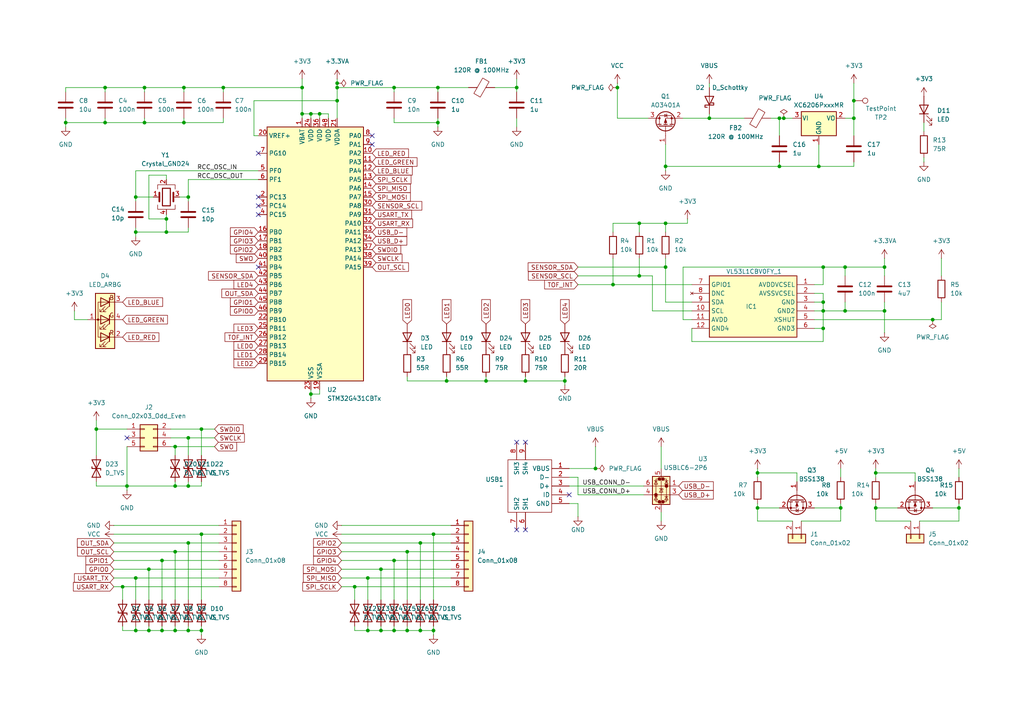
<source format=kicad_sch>
(kicad_sch (version 20231120) (generator "eeschema") (generator_version "8.0")
  (paper "A4")
  (lib_symbols
    (symbol "Connector:TestPoint" (pin_numbers hide) (pin_names (offset 0.762) hide)
      (property "Reference" "TP" (at 0 6.858 0))
      (property "Value" "TestPoint" (at 0 5.08 0))
      (symbol "TestPoint_1_1"
        (pin passive line (at 0 0 90) (length 2.54) (name "1") (number "1"))
      )
    )
    (symbol "Connector_Generic:Conn_01x02" (pin_names (offset 1.016) hide)
      (property "Reference" "J" (at 0 2.54 0))
      (property "Value" "Conn_01x02" (at 0 -5.08 0))
      (symbol "Conn_01x02_1_1"
        (pin passive line (at -5.08 0 0) (length 3.81) (name "Pin_1") (number "1"))
        (pin passive line (at -5.08 -2.54 0) (length 3.81) (name "Pin_2") (number "2"))
      )
    )
    (symbol "Connector_Generic:Conn_01x08" (pin_names (offset 1.016) hide)
      (property "Reference" "J" (at 0 10.16 0))
      (property "Value" "Conn_01x08" (at 0 -12.7 0))
      (symbol "Conn_01x08_1_1"
        (pin passive line (at -5.08 7.62 0) (length 3.81) (name "Pin_1") (number "1"))
        (pin passive line (at -5.08 5.08 0) (length 3.81) (name "Pin_2") (number "2"))
        (pin passive line (at -5.08 2.54 0) (length 3.81) (name "Pin_3") (number "3"))
        (pin passive line (at -5.08 0 0) (length 3.81) (name "Pin_4") (number "4"))
        (pin passive line (at -5.08 -2.54 0) (length 3.81) (name "Pin_5") (number "5"))
        (pin passive line (at -5.08 -5.08 0) (length 3.81) (name "Pin_6") (number "6"))
        (pin passive line (at -5.08 -7.62 0) (length 3.81) (name "Pin_7") (number "7"))
        (pin passive line (at -5.08 -10.16 0) (length 3.81) (name "Pin_8") (number "8"))
      )
    )
    (symbol "Connector_Generic:Conn_02x03_Odd_Even" (pin_names (offset 1.016) hide)
      (property "Reference" "J" (at 1.27 5.08 0))
      (property "Value" "Conn_02x03_Odd_Even" (at 1.27 -5.08 0))
      (symbol "Conn_02x03_Odd_Even_1_1"
        (pin passive line (at -5.08 2.54 0) (length 3.81) (name "Pin_1") (number "1"))
        (pin passive line (at 7.62 2.54 180) (length 3.81) (name "Pin_2") (number "2"))
        (pin passive line (at -5.08 0 0) (length 3.81) (name "Pin_3") (number "3"))
        (pin passive line (at 7.62 0 180) (length 3.81) (name "Pin_4") (number "4"))
        (pin passive line (at -5.08 -2.54 0) (length 3.81) (name "Pin_5") (number "5"))
        (pin passive line (at 7.62 -2.54 180) (length 3.81) (name "Pin_6") (number "6"))
      )
    )
    (symbol "Device:C" (pin_numbers hide) (pin_names (offset 0.254))
      (property "Reference" "C" (at 0.635 2.54 0))
      (property "Value" "C" (at 0.635 -2.54 0))
      (symbol "C_1_1"
        (pin passive line (at 0 3.81 270) (length 2.794) (name "~") (number "1"))
        (pin passive line (at 0 -3.81 90) (length 2.794) (name "~") (number "2"))
      )
    )
    (symbol "Device:Crystal_GND24" (pin_names (offset 1.016) hide)
      (property "Reference" "Y" (at 3.175 5.08 0))
      (property "Value" "Crystal_GND24" (at 3.175 3.175 0))
      (symbol "Crystal_GND24_1_1"
        (pin passive line (at -3.81 0 0) (length 1.27) (name "1") (number "1"))
        (pin passive line (at 0 5.08 270) (length 1.27) (name "2") (number "2"))
        (pin passive line (at 3.81 0 180) (length 1.27) (name "3") (number "3"))
        (pin passive line (at 0 -5.08 90) (length 1.27) (name "4") (number "4"))
      )
    )
    (symbol "Device:D_Schottky" (pin_numbers hide) (pin_names (offset 1.016) hide)
      (property "Reference" "D" (at 0 2.54 0))
      (property "Value" "D_Schottky" (at 0 -2.54 0))
      (symbol "D_Schottky_1_1"
        (pin passive line (at -3.81 0 0) (length 2.54) (name "K") (number "1"))
        (pin passive line (at 3.81 0 180) (length 2.54) (name "A") (number "2"))
      )
    )
    (symbol "Device:D_TVS" (pin_numbers hide) (pin_names (offset 1.016) hide)
      (property "Reference" "D" (at 0 2.54 0))
      (property "Value" "D_TVS" (at 0 -2.54 0))
      (symbol "D_TVS_1_1"
        (pin passive line (at -3.81 0 0) (length 2.54) (name "A1") (number "1"))
        (pin passive line (at 3.81 0 180) (length 2.54) (name "A2") (number "2"))
      )
    )
    (symbol "Device:FerriteBead" (pin_numbers hide) (pin_names (offset 0))
      (property "Reference" "FB" (at -3.81 0.635 90))
      (property "Value" "FerriteBead" (at 3.81 0 90))
      (symbol "FerriteBead_1_1"
        (pin passive line (at 0 3.81 270) (length 2.54) (name "~") (number "1"))
        (pin passive line (at 0 -3.81 90) (length 2.54) (name "~") (number "2"))
      )
    )
    (symbol "Device:LED" (pin_numbers hide) (pin_names (offset 1.016) hide)
      (property "Reference" "D" (at 0 2.54 0))
      (property "Value" "LED" (at 0 -2.54 0))
      (symbol "LED_1_1"
        (pin passive line (at -3.81 0 0) (length 2.54) (name "K") (number "1"))
        (pin passive line (at 3.81 0 180) (length 2.54) (name "A") (number "2"))
      )
    )
    (symbol "Device:LED_ARBG" (pin_names (offset 0) hide)
      (property "Reference" "D" (at 0 9.398 0))
      (property "Value" "LED_ARBG" (at 0 -8.89 0))
      (symbol "LED_ARBG_0_0"
        (text "B" (at -1.905 -6.35 0) (effects (font (size 1.27 1.27))))
        (text "G" (at -1.905 -1.27 0) (effects (font (size 1.27 1.27))))
        (text "R" (at -1.905 3.81 0) (effects (font (size 1.27 1.27))))
      )
      (symbol "LED_ARBG_1_1"
        (pin passive line (at 5.08 0 180) (length 2.54) (name "A") (number "1"))
        (pin passive line (at -5.08 5.08 0) (length 2.54) (name "RK") (number "2"))
        (pin passive line (at -5.08 -5.08 0) (length 2.54) (name "BK") (number "3"))
        (pin passive line (at -5.08 0 0) (length 2.54) (name "GK") (number "4"))
      )
    )
    (symbol "Device:R" (pin_numbers hide) (pin_names (offset 0))
      (property "Reference" "R" (at 2.032 0 90))
      (property "Value" "R" (at 0 0 90))
      (symbol "R_1_1"
        (pin passive line (at 0 3.81 270) (length 1.27) (name "~") (number "1"))
        (pin passive line (at 0 -3.81 90) (length 1.27) (name "~") (number "2"))
      )
    )
    (symbol "Library:MICROXNJ"
      (property "Reference" "USB" (at 0 0 0))
      (property "Footprint" "ProLib_pcs_2024-08-28 (1):MICRO-USB-SMD_MICROXNJ" (at 1.27 -0.254 0))
      (symbol "MICROXNJ_1_0"
        (pin passive line (at -10.16 -5.08 0) (length 5.08) (name "VBUS") (number "1"))
        (pin bidirectional line (at -10.16 -2.54 0) (length 5.08) (name "D-") (number "2"))
        (pin bidirectional line (at -10.16 0 0) (length 5.08) (name "D+") (number "3"))
        (pin passive line (at -10.16 2.54 0) (length 5.08) (name "ID") (number "4"))
        (pin passive line (at -10.16 5.08 0) (length 5.08) (name "GND") (number "5"))
        (pin passive line (at 2.54 12.7 270) (length 5.08) (name "SH1") (number "6"))
        (pin passive line (at 5.08 12.7 270) (length 5.08) (name "SH2") (number "7"))
        (pin passive line (at 5.08 -12.7 90) (length 5.08) (name "SH3") (number "8"))
        (pin passive line (at 2.54 -12.7 90) (length 5.08) (name "SH4") (number "9"))
      )
    )
    (symbol "Library:VL53L1CBV0FY_1"
      (property "Reference" "IC" (at 31.75 7.62 0))
      (property "Value" "VL53L1CBV0FY_1" (at 31.75 5.08 0))
      (symbol "VL53L1CBV0FY_1_1_1"
        (pin power_in line (at 0 0 0) (length 5.08) (name "AVDDVCSEL") (number "1"))
        (pin input line (at 35.56 -7.62 180) (length 5.08) (name "SCL") (number "10"))
        (pin power_in line (at 35.56 -10.16 180) (length 5.08) (name "AVDD") (number "11"))
        (pin power_in line (at 35.56 -12.7 180) (length 5.08) (name "GND4") (number "12"))
        (pin power_in line (at 0 -2.54 0) (length 5.08) (name "AVSSVCSEL") (number "2"))
        (pin power_in line (at 0 -5.08 0) (length 5.08) (name "GND") (number "3"))
        (pin power_in line (at 0 -7.62 0) (length 5.08) (name "GND2") (number "4"))
        (pin power_in line (at 0 -10.16 0) (length 5.08) (name "XSHUT") (number "5"))
        (pin power_in line (at 0 -12.7 0) (length 5.08) (name "GND3") (number "6"))
        (pin open_collector line (at 35.56 0 180) (length 5.08) (name "GPIO1") (number "7"))
        (pin no_connect line (at 35.56 -2.54 180) (length 5.08) (name "DNC") (number "8"))
        (pin bidirectional line (at 35.56 -5.08 180) (length 5.08) (name "SDA") (number "9"))
      )
    )
    (symbol "MCU_ST_STM32G4:STM32G431CBTx"
      (property "Reference" "U" (at -12.7 39.37 0))
      (property "Value" "STM32G431CBTx" (at 10.16 39.37 0))
      (symbol "STM32G431CBTx_1_1"
        (pin power_in line (at -2.54 40.64 270) (length 2.54) (name "VBAT") (number "1"))
        (pin bidirectional line (at 17.78 30.48 180) (length 2.54) (name "PA2") (number "10"))
        (pin bidirectional line (at 17.78 27.94 180) (length 2.54) (name "PA3") (number "11"))
        (pin bidirectional line (at 17.78 25.4 180) (length 2.54) (name "PA4") (number "12"))
        (pin bidirectional line (at 17.78 22.86 180) (length 2.54) (name "PA5") (number "13"))
        (pin bidirectional line (at 17.78 20.32 180) (length 2.54) (name "PA6") (number "14"))
        (pin bidirectional line (at 17.78 17.78 180) (length 2.54) (name "PA7") (number "15"))
        (pin bidirectional line (at -15.24 7.62 0) (length 2.54) (name "PB0") (number "16"))
        (pin bidirectional line (at -15.24 5.08 0) (length 2.54) (name "PB1") (number "17"))
        (pin bidirectional line (at -15.24 2.54 0) (length 2.54) (name "PB2") (number "18"))
        (pin power_in line (at 2.54 -38.1 90) (length 2.54) (name "VSSA") (number "19"))
        (pin bidirectional line (at -15.24 17.78 0) (length 2.54) (name "PC13") (number "2"))
        (pin input line (at -15.24 35.56 0) (length 2.54) (name "VREF+") (number "20"))
        (pin power_in line (at 7.62 40.64 270) (length 2.54) (name "VDDA") (number "21"))
        (pin bidirectional line (at -15.24 -17.78 0) (length 2.54) (name "PB10") (number "22"))
        (pin power_in line (at 0 -38.1 90) (length 2.54) (name "VSS") (number "23"))
        (pin power_in line (at 0 40.64 270) (length 2.54) (name "VDD") (number "24"))
        (pin bidirectional line (at -15.24 -20.32 0) (length 2.54) (name "PB11") (number "25"))
        (pin bidirectional line (at -15.24 -22.86 0) (length 2.54) (name "PB12") (number "26"))
        (pin bidirectional line (at -15.24 -25.4 0) (length 2.54) (name "PB13") (number "27"))
        (pin bidirectional line (at -15.24 -27.94 0) (length 2.54) (name "PB14") (number "28"))
        (pin bidirectional line (at -15.24 -30.48 0) (length 2.54) (name "PB15") (number "29"))
        (pin bidirectional line (at -15.24 15.24 0) (length 2.54) (name "PC14") (number "3"))
        (pin bidirectional line (at 17.78 15.24 180) (length 2.54) (name "PA8") (number "30"))
        (pin bidirectional line (at 17.78 12.7 180) (length 2.54) (name "PA9") (number "31"))
        (pin bidirectional line (at 17.78 10.16 180) (length 2.54) (name "PA10") (number "32"))
        (pin bidirectional line (at 17.78 7.62 180) (length 2.54) (name "PA11") (number "33"))
        (pin bidirectional line (at 17.78 5.08 180) (length 2.54) (name "PA12") (number "34"))
        (pin passive line (at 0 -38.1 90) (length 2.54) hide (name "VSS") (number "35"))
        (pin power_in line (at 2.54 40.64 270) (length 2.54) (name "VDD") (number "36"))
        (pin bidirectional line (at 17.78 2.54 180) (length 2.54) (name "PA13") (number "37"))
        (pin bidirectional line (at 17.78 0 180) (length 2.54) (name "PA14") (number "38"))
        (pin bidirectional line (at 17.78 -2.54 180) (length 2.54) (name "PA15") (number "39"))
        (pin bidirectional line (at -15.24 12.7 0) (length 2.54) (name "PC15") (number "4"))
        (pin bidirectional line (at -15.24 0 0) (length 2.54) (name "PB3") (number "40"))
        (pin bidirectional line (at -15.24 -2.54 0) (length 2.54) (name "PB4") (number "41"))
        (pin bidirectional line (at -15.24 -5.08 0) (length 2.54) (name "PB5") (number "42"))
        (pin bidirectional line (at -15.24 -7.62 0) (length 2.54) (name "PB6") (number "43"))
        (pin bidirectional line (at -15.24 -10.16 0) (length 2.54) (name "PB7") (number "44"))
        (pin bidirectional line (at -15.24 -12.7 0) (length 2.54) (name "PB8") (number "45"))
        (pin bidirectional line (at -15.24 -15.24 0) (length 2.54) (name "PB9") (number "46"))
        (pin passive line (at 0 -38.1 90) (length 2.54) hide (name "VSS") (number "47"))
        (pin power_in line (at 5.08 40.64 270) (length 2.54) (name "VDD") (number "48"))
        (pin bidirectional line (at -15.24 25.4 0) (length 2.54) (name "PF0") (number "5"))
        (pin bidirectional line (at -15.24 22.86 0) (length 2.54) (name "PF1") (number "6"))
        (pin bidirectional line (at -15.24 30.48 0) (length 2.54) (name "PG10") (number "7"))
        (pin bidirectional line (at 17.78 35.56 180) (length 2.54) (name "PA0") (number "8"))
        (pin bidirectional line (at 17.78 33.02 180) (length 2.54) (name "PA1") (number "9"))
      )
    )
    (symbol "Power_Protection:USBLC6-2P6" (pin_names hide)
      (property "Reference" "U" (at 0.635 5.715 0))
      (property "Value" "USBLC6-2P6" (at 0.635 3.81 0))
      (symbol "USBLC6-2P6_1_1"
        (pin passive line (at -5.08 0 0) (length 2.54) (name "I/O1") (number "1"))
        (pin passive line (at 0 -7.62 90) (length 2.54) (name "GND") (number "2"))
        (pin passive line (at -5.08 -2.54 0) (length 2.54) (name "I/O2") (number "3"))
        (pin passive line (at 5.08 -2.54 180) (length 2.54) (name "I/O2") (number "4"))
        (pin passive line (at 0 5.08 270) (length 2.54) (name "VBUS") (number "5"))
        (pin passive line (at 5.08 0 180) (length 2.54) (name "I/O1") (number "6"))
      )
    )
    (symbol "Regulator_Linear:XC6206PxxxMR" (pin_names (offset 0.254))
      (property "Reference" "U" (at -3.81 3.175 0))
      (property "Value" "XC6206PxxxMR" (at 0 3.175 0))
      (symbol "XC6206PxxxMR_1_1"
        (pin power_in line (at 0 -7.62 90) (length 2.54) (name "GND") (number "1"))
        (pin power_out line (at 7.62 0 180) (length 2.54) (name "VO") (number "2"))
        (pin power_in line (at -7.62 0 0) (length 2.54) (name "VI") (number "3"))
      )
    )
    (symbol "Transistor_FET:AO3401A" (pin_names hide)
      (property "Reference" "Q" (at 5.08 1.905 0))
      (property "Value" "AO3401A" (at 5.08 0 0))
      (symbol "AO3401A_1_1"
        (pin input line (at -5.08 0 0) (length 2.54) (name "G") (number "1"))
        (pin passive line (at 2.54 -5.08 90) (length 2.54) (name "S") (number "2"))
        (pin passive line (at 2.54 5.08 270) (length 2.54) (name "D") (number "3"))
      )
    )
    (symbol "Transistor_FET:BSS138" (pin_names hide)
      (property "Reference" "Q" (at 5.08 1.905 0))
      (property "Value" "BSS138" (at 5.08 0 0))
      (symbol "BSS138_1_1"
        (pin input line (at -5.08 0 0) (length 2.54) (name "G") (number "1"))
        (pin passive line (at 2.54 -5.08 90) (length 2.54) (name "S") (number "2"))
        (pin passive line (at 2.54 5.08 270) (length 2.54) (name "D") (number "3"))
      )
    )
    (symbol "power:+3.3VA" (power) (pin_numbers hide) (pin_names (offset 0) hide)
      (property "Value" "+3.3VA" (at 0 3.556 0))
      (symbol "+3.3VA_1_1"
        (pin power_in line (at 0 0 90) (length 0) (name "~") (number "1"))
      )
    )
    (symbol "power:+3V3" (power) (pin_numbers hide) (pin_names (offset 0) hide)
      (property "Value" "+3V3" (at 0 3.556 0))
      (symbol "+3V3_1_1"
        (pin power_in line (at 0 0 90) (length 0) (name "~") (number "1"))
      )
    )
    (symbol "power:+5V" (power) (pin_numbers hide) (pin_names (offset 0) hide)
      (property "Value" "+5V" (at 0 3.556 0))
      (symbol "+5V_1_1"
        (pin power_in line (at 0 0 90) (length 0) (name "~") (number "1"))
      )
    )
    (symbol "power:GND" (power) (pin_numbers hide) (pin_names (offset 0) hide)
      (property "Value" "GND" (at 0 -3.81 0))
      (symbol "GND_1_1"
        (pin power_in line (at 0 0 270) (length 0) (name "~") (number "1"))
      )
    )
    (symbol "power:PWR_FLAG" (power) (pin_numbers hide) (pin_names (offset 0) hide)
      (property "Value" "PWR_FLAG" (at 0 3.81 0))
      (symbol "PWR_FLAG_0_0"
        (pin power_out line (at 0 0 90) (length 0) (name "~") (number "1"))
      )
    )
    (symbol "power:VBUS" (power) (pin_numbers hide) (pin_names (offset 0) hide)
      (property "Value" "VBUS" (at 0 3.556 0))
      (symbol "VBUS_1_1"
        (pin power_in line (at 0 0 90) (length 0) (name "~") (number "1"))
      )
    )
    (symbol "power:VCC" (power) (pin_numbers hide) (pin_names (offset 0) hide)
      (property "Value" "VCC" (at 0 3.556 0))
      (symbol "VCC_1_1"
        (pin power_in line (at 0 0 90) (length 0) (name "~") (number "1"))
      )
    )
  )
  (junction (at 179.07 25.4))
  (junction (at 35.56 170.18))
  (junction (at 193.04 77.47))
  (junction (at 50.8 160.02))
  (junction (at 87.63 25.4))
  (junction (at 247.65 29.21))
  (junction (at 121.92 157.48))
  (junction (at 254 137.16))
  (junction (at 58.42 182.88))
  (junction (at 97.79 24.13))
  (junction (at 205.74 34.29))
  (junction (at 50.8 182.88))
  (junction (at 140.97 110.49))
  (junction (at 149.86 25.4))
  (junction (at 118.11 182.88))
  (junction (at 87.63 33.02))
  (junction (at 245.11 90.17))
  (junction (at 41.91 35.56))
  (junction (at 193.04 48.26))
  (junction (at 30.48 25.4))
  (junction (at 46.99 182.88))
  (junction (at 185.42 64.77))
  (junction (at 39.37 67.31))
  (junction (at 50.8 140.97))
  (junction (at 256.54 90.17))
  (junction (at 110.49 182.88))
  (junction (at 193.04 64.77))
  (junction (at 53.34 35.56))
  (junction (at 48.26 67.31))
  (junction (at 127 25.4))
  (junction (at 102.87 170.18))
  (junction (at 97.79 25.4))
  (junction (at 226.06 48.26))
  (junction (at 177.8 82.55))
  (junction (at 114.3 25.4))
  (junction (at 125.73 182.88))
  (junction (at 58.42 124.46))
  (junction (at 39.37 167.64))
  (junction (at 43.18 182.88))
  (junction (at 278.13 147.32))
  (junction (at 185.42 80.01))
  (junction (at 129.54 110.49))
  (junction (at 114.3 162.56))
  (junction (at 114.3 182.88))
  (junction (at 41.91 25.4))
  (junction (at 43.18 165.1))
  (junction (at 30.48 35.56))
  (junction (at 219.71 137.16))
  (junction (at 39.37 182.88))
  (junction (at 90.17 33.02))
  (junction (at 243.84 147.32))
  (junction (at 121.92 182.88))
  (junction (at 54.61 157.48))
  (junction (at 226.06 34.29))
  (junction (at 97.79 29.21))
  (junction (at 219.71 147.32))
  (junction (at 106.68 182.88))
  (junction (at 46.99 162.56))
  (junction (at 238.76 95.25))
  (junction (at 58.42 154.94))
  (junction (at 36.83 140.97))
  (junction (at 50.8 129.54))
  (junction (at 247.65 34.29))
  (junction (at 238.76 87.63))
  (junction (at 256.54 77.47))
  (junction (at 163.83 110.49))
  (junction (at 237.49 48.26))
  (junction (at 245.11 77.47))
  (junction (at 53.34 25.4))
  (junction (at 110.49 165.1))
  (junction (at 106.68 167.64))
  (junction (at 127 35.56))
  (junction (at 54.61 57.15))
  (junction (at 125.73 154.94))
  (junction (at 238.76 90.17))
  (junction (at 54.61 127))
  (junction (at 54.61 182.88))
  (junction (at 227.33 34.29))
  (junction (at 90.17 114.3))
  (junction (at 152.4 110.49))
  (junction (at 238.76 77.47))
  (junction (at 118.11 160.02))
  (junction (at 92.71 33.02))
  (junction (at 172.72 135.89))
  (junction (at 254 147.32))
  (junction (at 39.37 57.15))
  (junction (at 270.51 92.71))
  (junction (at 27.94 124.46))
  (junction (at 48.26 63.5))
  (junction (at 19.05 35.56))
  (junction (at 54.61 140.97))
  (junction (at 64.77 25.4))
  (no_connect (at 74.93 62.23))
  (no_connect (at 36.83 127))
  (no_connect (at 152.4 153.67))
  (no_connect (at 107.95 39.37))
  (no_connect (at 74.93 57.15))
  (no_connect (at 74.93 59.69))
  (no_connect (at 149.86 128.27))
  (no_connect (at 165.1 143.51))
  (no_connect (at 107.95 41.91))
  (no_connect (at 74.93 44.45))
  (no_connect (at 152.4 128.27))
  (no_connect (at 74.93 77.47))
  (no_connect (at 149.86 153.67))
  (wire (pts (xy 73.66 29.21) (xy 97.79 29.21)))
  (wire (pts (xy 167.64 80.01) (xy 185.42 80.01)))
  (wire (pts (xy 273.05 74.93) (xy 273.05 80.01)))
  (wire (pts (xy 54.61 57.15) (xy 54.61 52.07)))
  (wire (pts (xy 205.74 34.29) (xy 205.74 33.02)))
  (wire (pts (xy 129.54 110.49) (xy 140.97 110.49)))
  (wire (pts (xy 127 26.67) (xy 127 25.4)))
  (wire (pts (xy 54.61 52.07) (xy 74.93 52.07)))
  (wire (pts (xy 219.71 137.16) (xy 219.71 138.43)))
  (wire (pts (xy 125.73 182.88) (xy 125.73 184.15)))
  (wire (pts (xy 92.71 113.03) (xy 92.71 114.3)))
  (wire (pts (xy 278.13 151.13) (xy 278.13 147.32)))
  (wire (pts (xy 30.48 25.4) (xy 41.91 25.4)))
  (wire (pts (xy 226.06 147.32) (xy 219.71 147.32)))
  (wire (pts (xy 35.56 170.18) (xy 63.5 170.18)))
  (wire (pts (xy 87.63 33.02) (xy 87.63 34.29)))
  (wire (pts (xy 223.52 34.29) (xy 226.06 34.29)))
  (wire (pts (xy 39.37 49.53) (xy 39.37 57.15)))
  (wire (pts (xy 54.61 57.15) (xy 54.61 58.42)))
  (wire (pts (xy 270.51 92.71) (xy 236.22 92.71)))
  (wire (pts (xy 43.18 63.5) (xy 48.26 63.5)))
  (wire (pts (xy 236.22 85.09) (xy 238.76 85.09)))
  (wire (pts (xy 95.25 33.02) (xy 92.71 33.02)))
  (wire (pts (xy 53.34 25.4) (xy 53.34 26.67)))
  (wire (pts (xy 58.42 182.88) (xy 58.42 184.15)))
  (wire (pts (xy 64.77 25.4) (xy 64.77 26.67)))
  (wire (pts (xy 43.18 181.61) (xy 43.18 182.88)))
  (wire (pts (xy 33.02 160.02) (xy 50.8 160.02)))
  (wire (pts (xy 54.61 182.88) (xy 58.42 182.88)))
  (wire (pts (xy 19.05 26.67) (xy 19.05 25.4)))
  (wire (pts (xy 193.04 64.77) (xy 199.39 64.77)))
  (wire (pts (xy 39.37 67.31) (xy 48.26 67.31)))
  (wire (pts (xy 193.04 48.26) (xy 226.06 48.26)))
  (wire (pts (xy 110.49 181.61) (xy 110.49 182.88)))
  (wire (pts (xy 278.13 146.05) (xy 278.13 147.32)))
  (wire (pts (xy 54.61 157.48) (xy 63.5 157.48)))
  (wire (pts (xy 102.87 170.18) (xy 102.87 173.99)))
  (wire (pts (xy 256.54 87.63) (xy 256.54 90.17)))
  (wire (pts (xy 163.83 110.49) (xy 163.83 111.76)))
  (wire (pts (xy 236.22 95.25) (xy 238.76 95.25)))
  (wire (pts (xy 185.42 67.31) (xy 185.42 64.77)))
  (wire (pts (xy 33.02 162.56) (xy 46.99 162.56)))
  (wire (pts (xy 247.65 29.21) (xy 247.65 34.29)))
  (wire (pts (xy 54.61 140.97) (xy 50.8 140.97)))
  (wire (pts (xy 102.87 181.61) (xy 102.87 182.88)))
  (wire (pts (xy 247.65 34.29) (xy 245.11 34.29)))
  (wire (pts (xy 238.76 85.09) (xy 238.76 87.63)))
  (wire (pts (xy 110.49 182.88) (xy 114.3 182.88)))
  (wire (pts (xy 33.02 157.48) (xy 54.61 157.48)))
  (wire (pts (xy 43.18 165.1) (xy 43.18 173.99)))
  (wire (pts (xy 33.02 152.4) (xy 63.5 152.4)))
  (wire (pts (xy 254 151.13) (xy 254 147.32)))
  (wire (pts (xy 167.64 143.51) (xy 186.69 143.51)))
  (wire (pts (xy 43.18 165.1) (xy 63.5 165.1)))
  (wire (pts (xy 54.61 127) (xy 54.61 132.08)))
  (wire (pts (xy 193.04 87.63) (xy 200.66 87.63)))
  (wire (pts (xy 165.1 146.05) (xy 167.64 146.05)))
  (wire (pts (xy 50.8 129.54) (xy 49.53 129.54)))
  (wire (pts (xy 121.92 157.48) (xy 121.92 173.99)))
  (wire (pts (xy 118.11 181.61) (xy 118.11 182.88)))
  (wire (pts (xy 19.05 25.4) (xy 30.48 25.4)))
  (wire (pts (xy 33.02 154.94) (xy 58.42 154.94)))
  (wire (pts (xy 30.48 34.29) (xy 30.48 35.56)))
  (wire (pts (xy 121.92 181.61) (xy 121.92 182.88)))
  (wire (pts (xy 39.37 67.31) (xy 39.37 68.58)))
  (wire (pts (xy 21.59 90.17) (xy 21.59 92.71)))
  (wire (pts (xy 99.06 170.18) (xy 102.87 170.18)))
  (wire (pts (xy 167.64 146.05) (xy 167.64 149.86)))
  (wire (pts (xy 127 35.56) (xy 127 34.29)))
  (wire (pts (xy 97.79 24.13) (xy 97.79 25.4)))
  (wire (pts (xy 43.18 182.88) (xy 46.99 182.88)))
  (wire (pts (xy 48.26 63.5) (xy 48.26 67.31)))
  (wire (pts (xy 118.11 160.02) (xy 130.81 160.02)))
  (wire (pts (xy 39.37 182.88) (xy 43.18 182.88)))
  (wire (pts (xy 200.66 92.71) (xy 198.12 92.71)))
  (wire (pts (xy 167.64 138.43) (xy 165.1 138.43)))
  (wire (pts (xy 247.65 34.29) (xy 247.65 39.37)))
  (wire (pts (xy 118.11 182.88) (xy 121.92 182.88)))
  (wire (pts (xy 152.4 110.49) (xy 163.83 110.49)))
  (wire (pts (xy 127 35.56) (xy 127 36.83)))
  (wire (pts (xy 172.72 135.89) (xy 172.72 129.54)))
  (wire (pts (xy 140.97 110.49) (xy 152.4 110.49)))
  (wire (pts (xy 19.05 35.56) (xy 19.05 36.83)))
  (wire (pts (xy 97.79 25.4) (xy 114.3 25.4)))
  (wire (pts (xy 64.77 34.29) (xy 64.77 35.56)))
  (wire (pts (xy 273.05 87.63) (xy 273.05 92.71)))
  (wire (pts (xy 110.49 165.1) (xy 130.81 165.1)))
  (wire (pts (xy 129.54 109.22) (xy 129.54 110.49)))
  (wire (pts (xy 50.8 181.61) (xy 50.8 182.88)))
  (wire (pts (xy 64.77 35.56) (xy 53.34 35.56)))
  (wire (pts (xy 35.56 182.88) (xy 39.37 182.88)))
  (wire (pts (xy 163.83 109.22) (xy 163.83 110.49)))
  (wire (pts (xy 254 146.05) (xy 254 147.32)))
  (wire (pts (xy 149.86 26.67) (xy 149.86 25.4)))
  (wire (pts (xy 114.3 162.56) (xy 114.3 173.99)))
  (wire (pts (xy 237.49 48.26) (xy 226.06 48.26)))
  (wire (pts (xy 189.23 90.17) (xy 200.66 90.17)))
  (wire (pts (xy 90.17 113.03) (xy 90.17 114.3)))
  (wire (pts (xy 231.14 137.16) (xy 219.71 137.16)))
  (wire (pts (xy 39.37 57.15) (xy 44.45 57.15)))
  (wire (pts (xy 41.91 25.4) (xy 41.91 26.67)))
  (wire (pts (xy 30.48 25.4) (xy 30.48 26.67)))
  (wire (pts (xy 198.12 92.71) (xy 198.12 77.47)))
  (wire (pts (xy 193.04 74.93) (xy 193.04 77.47)))
  (wire (pts (xy 58.42 140.97) (xy 54.61 140.97)))
  (wire (pts (xy 53.34 34.29) (xy 53.34 35.56)))
  (wire (pts (xy 254 135.89) (xy 254 137.16)))
  (wire (pts (xy 227.33 34.29) (xy 229.87 34.29)))
  (wire (pts (xy 167.64 143.51) (xy 167.64 138.43)))
  (wire (pts (xy 58.42 154.94) (xy 58.42 173.99)))
  (wire (pts (xy 99.06 152.4) (xy 130.81 152.4)))
  (wire (pts (xy 97.79 25.4) (xy 97.79 29.21)))
  (wire (pts (xy 114.3 34.29) (xy 114.3 35.56)))
  (wire (pts (xy 53.34 35.56) (xy 41.91 35.56)))
  (wire (pts (xy 50.8 140.97) (xy 36.83 140.97)))
  (wire (pts (xy 200.66 95.25) (xy 200.66 99.06)))
  (wire (pts (xy 245.11 90.17) (xy 256.54 90.17)))
  (wire (pts (xy 177.8 82.55) (xy 200.66 82.55)))
  (wire (pts (xy 36.83 142.24) (xy 36.83 140.97)))
  (wire (pts (xy 254 137.16) (xy 254 138.43)))
  (wire (pts (xy 114.3 162.56) (xy 130.81 162.56)))
  (wire (pts (xy 39.37 167.64) (xy 63.5 167.64)))
  (wire (pts (xy 46.99 181.61) (xy 46.99 182.88)))
  (wire (pts (xy 121.92 157.48) (xy 130.81 157.48)))
  (wire (pts (xy 106.68 181.61) (xy 106.68 182.88)))
  (wire (pts (xy 243.84 147.32) (xy 236.22 147.32)))
  (wire (pts (xy 238.76 90.17) (xy 245.11 90.17)))
  (wire (pts (xy 62.23 129.54) (xy 50.8 129.54)))
  (wire (pts (xy 278.13 135.89) (xy 278.13 138.43)))
  (wire (pts (xy 39.37 181.61) (xy 39.37 182.88)))
  (wire (pts (xy 54.61 181.61) (xy 54.61 182.88)))
  (wire (pts (xy 245.11 87.63) (xy 245.11 90.17)))
  (wire (pts (xy 48.26 67.31) (xy 54.61 67.31)))
  (wire (pts (xy 97.79 29.21) (xy 97.79 34.29)))
  (wire (pts (xy 39.37 57.15) (xy 39.37 58.42)))
  (wire (pts (xy 143.51 25.4) (xy 149.86 25.4)))
  (wire (pts (xy 39.37 66.04) (xy 39.37 67.31)))
  (wire (pts (xy 21.59 92.71) (xy 25.4 92.71)))
  (wire (pts (xy 191.77 129.54) (xy 191.77 135.89)))
  (wire (pts (xy 247.65 46.99) (xy 247.65 48.26)))
  (wire (pts (xy 41.91 34.29) (xy 41.91 35.56)))
  (wire (pts (xy 219.71 135.89) (xy 219.71 137.16)))
  (wire (pts (xy 33.02 165.1) (xy 43.18 165.1)))
  (wire (pts (xy 177.8 74.93) (xy 177.8 82.55)))
  (wire (pts (xy 193.04 48.26) (xy 193.04 49.53)))
  (wire (pts (xy 92.71 114.3) (xy 90.17 114.3)))
  (wire (pts (xy 30.48 35.56) (xy 19.05 35.56)))
  (wire (pts (xy 193.04 77.47) (xy 193.04 87.63)))
  (wire (pts (xy 99.06 162.56) (xy 114.3 162.56)))
  (wire (pts (xy 238.76 87.63) (xy 238.76 90.17)))
  (wire (pts (xy 238.76 90.17) (xy 238.76 95.25)))
  (wire (pts (xy 27.94 121.92) (xy 27.94 124.46)))
  (wire (pts (xy 90.17 114.3) (xy 90.17 115.57)))
  (wire (pts (xy 52.07 57.15) (xy 54.61 57.15)))
  (wire (pts (xy 114.3 35.56) (xy 127 35.56)))
  (wire (pts (xy 200.66 99.06) (xy 238.76 99.06)))
  (wire (pts (xy 62.23 124.46) (xy 58.42 124.46)))
  (wire (pts (xy 102.87 182.88) (xy 106.68 182.88)))
  (wire (pts (xy 54.61 66.04) (xy 54.61 67.31)))
  (wire (pts (xy 35.56 181.61) (xy 35.56 182.88)))
  (wire (pts (xy 33.02 167.64) (xy 39.37 167.64)))
  (wire (pts (xy 97.79 22.86) (xy 97.79 24.13)))
  (wire (pts (xy 99.06 167.64) (xy 106.68 167.64)))
  (wire (pts (xy 231.14 139.7) (xy 231.14 137.16)))
  (wire (pts (xy 179.07 34.29) (xy 187.96 34.29)))
  (wire (pts (xy 125.73 154.94) (xy 130.81 154.94)))
  (wire (pts (xy 58.42 154.94) (xy 63.5 154.94)))
  (wire (pts (xy 58.42 139.7) (xy 58.42 140.97)))
  (wire (pts (xy 99.06 160.02) (xy 118.11 160.02)))
  (wire (pts (xy 62.23 127) (xy 54.61 127)))
  (wire (pts (xy 229.87 151.13) (xy 219.71 151.13)))
  (wire (pts (xy 219.71 151.13) (xy 219.71 147.32)))
  (wire (pts (xy 36.83 140.97) (xy 36.83 129.54)))
  (wire (pts (xy 46.99 182.88) (xy 50.8 182.88)))
  (wire (pts (xy 245.11 77.47) (xy 245.11 80.01)))
  (wire (pts (xy 152.4 109.22) (xy 152.4 110.49)))
  (wire (pts (xy 114.3 181.61) (xy 114.3 182.88)))
  (wire (pts (xy 165.1 135.89) (xy 172.72 135.89)))
  (wire (pts (xy 264.16 151.13) (xy 254 151.13)))
  (wire (pts (xy 267.97 35.56) (xy 267.97 38.1)))
  (wire (pts (xy 245.11 77.47) (xy 256.54 77.47)))
  (wire (pts (xy 50.8 182.88) (xy 54.61 182.88)))
  (wire (pts (xy 54.61 139.7) (xy 54.61 140.97)))
  (wire (pts (xy 185.42 64.77) (xy 193.04 64.77)))
  (wire (pts (xy 27.94 124.46) (xy 27.94 132.08)))
  (wire (pts (xy 43.18 50.8) (xy 43.18 63.5)))
  (wire (pts (xy 256.54 77.47) (xy 256.54 80.01)))
  (wire (pts (xy 205.74 24.13) (xy 205.74 25.4)))
  (wire (pts (xy 238.76 82.55) (xy 238.76 77.47)))
  (wire (pts (xy 48.26 52.07) (xy 48.26 50.8)))
  (wire (pts (xy 54.61 127) (xy 49.53 127)))
  (wire (pts (xy 179.07 24.13) (xy 179.07 25.4)))
  (wire (pts (xy 149.86 34.29) (xy 149.86 36.83)))
  (wire (pts (xy 46.99 162.56) (xy 63.5 162.56)))
  (wire (pts (xy 193.04 64.77) (xy 193.04 67.31)))
  (wire (pts (xy 114.3 25.4) (xy 114.3 26.67)))
  (wire (pts (xy 236.22 82.55) (xy 238.76 82.55)))
  (wire (pts (xy 50.8 139.7) (xy 50.8 140.97)))
  (wire (pts (xy 185.42 80.01) (xy 189.23 80.01)))
  (wire (pts (xy 50.8 160.02) (xy 63.5 160.02)))
  (wire (pts (xy 193.04 41.91) (xy 193.04 48.26)))
  (wire (pts (xy 64.77 25.4) (xy 87.63 25.4)))
  (wire (pts (xy 90.17 33.02) (xy 90.17 34.29)))
  (wire (pts (xy 50.8 129.54) (xy 50.8 132.08)))
  (wire (pts (xy 185.42 74.93) (xy 185.42 80.01)))
  (wire (pts (xy 50.8 160.02) (xy 50.8 173.99)))
  (wire (pts (xy 243.84 151.13) (xy 243.84 147.32)))
  (wire (pts (xy 54.61 157.48) (xy 54.61 173.99)))
  (wire (pts (xy 92.71 33.02) (xy 92.71 34.29)))
  (wire (pts (xy 265.43 139.7) (xy 265.43 137.16)))
  (wire (pts (xy 106.68 167.64) (xy 130.81 167.64)))
  (wire (pts (xy 236.22 90.17) (xy 238.76 90.17)))
  (wire (pts (xy 243.84 135.89) (xy 243.84 138.43)))
  (wire (pts (xy 165.1 140.97) (xy 186.69 140.97)))
  (wire (pts (xy 273.05 92.71) (xy 270.51 92.71)))
  (wire (pts (xy 33.02 170.18) (xy 35.56 170.18)))
  (wire (pts (xy 106.68 167.64) (xy 106.68 173.99)))
  (wire (pts (xy 260.35 147.32) (xy 254 147.32)))
  (wire (pts (xy 232.41 151.13) (xy 243.84 151.13)))
  (wire (pts (xy 237.49 41.91) (xy 237.49 48.26)))
  (wire (pts (xy 53.34 25.4) (xy 64.77 25.4)))
  (wire (pts (xy 219.71 146.05) (xy 219.71 147.32)))
  (wire (pts (xy 121.92 182.88) (xy 125.73 182.88)))
  (wire (pts (xy 58.42 181.61) (xy 58.42 182.88)))
  (wire (pts (xy 30.48 35.56) (xy 41.91 35.56)))
  (wire (pts (xy 127 25.4) (xy 135.89 25.4)))
  (wire (pts (xy 238.76 99.06) (xy 238.76 95.25)))
  (wire (pts (xy 199.39 64.77) (xy 199.39 63.5)))
  (wire (pts (xy 39.37 167.64) (xy 39.37 173.99)))
  (wire (pts (xy 110.49 173.99) (xy 110.49 165.1)))
  (wire (pts (xy 73.66 39.37) (xy 73.66 29.21)))
  (wire (pts (xy 167.64 82.55) (xy 177.8 82.55)))
  (wire (pts (xy 114.3 25.4) (xy 127 25.4)))
  (wire (pts (xy 149.86 22.86) (xy 149.86 25.4)))
  (wire (pts (xy 46.99 162.56) (xy 46.99 173.99)))
  (wire (pts (xy 247.65 48.26) (xy 237.49 48.26)))
  (wire (pts (xy 177.8 67.31) (xy 177.8 64.77)))
  (wire (pts (xy 177.8 64.77) (xy 185.42 64.77)))
  (wire (pts (xy 74.93 49.53) (xy 39.37 49.53)))
  (wire (pts (xy 140.97 109.22) (xy 140.97 110.49)))
  (wire (pts (xy 35.56 170.18) (xy 35.56 173.99)))
  (wire (pts (xy 58.42 124.46) (xy 58.42 132.08)))
  (wire (pts (xy 87.63 25.4) (xy 87.63 33.02)))
  (wire (pts (xy 267.97 45.72) (xy 267.97 46.99)))
  (wire (pts (xy 118.11 160.02) (xy 118.11 173.99)))
  (wire (pts (xy 189.23 80.01) (xy 189.23 90.17)))
  (wire (pts (xy 256.54 90.17) (xy 256.54 96.52)))
  (wire (pts (xy 236.22 87.63) (xy 238.76 87.63)))
  (wire (pts (xy 125.73 181.61) (xy 125.73 182.88)))
  (wire (pts (xy 243.84 146.05) (xy 243.84 147.32)))
  (wire (pts (xy 106.68 182.88) (xy 110.49 182.88)))
  (wire (pts (xy 99.06 165.1) (xy 110.49 165.1)))
  (wire (pts (xy 48.26 50.8) (xy 43.18 50.8)))
  (wire (pts (xy 27.94 140.97) (xy 36.83 140.97)))
  (wire (pts (xy 205.74 34.29) (xy 215.9 34.29)))
  (wire (pts (xy 118.11 109.22) (xy 118.11 110.49)))
  (wire (pts (xy 226.06 34.29) (xy 227.33 34.29)))
  (wire (pts (xy 19.05 35.56) (xy 19.05 34.29)))
  (wire (pts (xy 198.12 77.47) (xy 238.76 77.47)))
  (wire (pts (xy 87.63 22.86) (xy 87.63 25.4)))
  (wire (pts (xy 278.13 147.32) (xy 270.51 147.32)))
  (wire (pts (xy 265.43 137.16) (xy 254 137.16)))
  (wire (pts (xy 167.64 77.47) (xy 193.04 77.47)))
  (wire (pts (xy 118.11 110.49) (xy 129.54 110.49)))
  (wire (pts (xy 99.06 157.48) (xy 121.92 157.48)))
  (wire (pts (xy 191.77 148.59) (xy 191.77 151.13)))
  (wire (pts (xy 92.71 33.02) (xy 90.17 33.02)))
  (wire (pts (xy 179.07 25.4) (xy 179.07 34.29)))
  (wire (pts (xy 58.42 124.46) (xy 49.53 124.46)))
  (wire (pts (xy 99.06 154.94) (xy 125.73 154.94)))
  (wire (pts (xy 41.91 25.4) (xy 53.34 25.4)))
  (wire (pts (xy 102.87 170.18) (xy 130.81 170.18)))
  (wire (pts (xy 238.76 77.47) (xy 245.11 77.47)))
  (wire (pts (xy 48.26 63.5) (xy 48.26 62.23)))
  (wire (pts (xy 125.73 154.94) (xy 125.73 173.99)))
  (wire (pts (xy 226.06 48.26) (xy 226.06 46.99)))
  (wire (pts (xy 226.06 34.29) (xy 226.06 39.37)))
  (wire (pts (xy 27.94 124.46) (xy 36.83 124.46)))
  (wire (pts (xy 198.12 34.29) (xy 205.74 34.29)))
  (wire (pts (xy 256.54 77.47) (xy 256.54 74.93)))
  (wire (pts (xy 114.3 182.88) (xy 118.11 182.88)))
  (wire (pts (xy 247.65 24.13) (xy 247.65 29.21)))
  (wire (pts (xy 95.25 33.02) (xy 95.25 34.29)))
  (wire (pts (xy 90.17 33.02) (xy 87.63 33.02)))
  (wire (pts (xy 27.94 139.7) (xy 27.94 140.97)))
  (wire (pts (xy 74.93 39.37) (xy 73.66 39.37)))
  (wire (pts (xy 266.7 151.13) (xy 278.13 151.13)))
  (label "USB_CONN_D-" (at 168.91 140.97 0))
  (label "RCC_OSC_OUT" (at 57.15 52.07 0))
  (label "RCC_OSC_IN" (at 57.15 49.53 0))
  (label "USB_CONN_D+" (at 168.91 143.51 0))
  (global_label "GPIO0" (shape input) (at 74.93 90.17 180) (property "Intersheetrefs" "${INTERSHEET_REFS}" (effects (hide yes))))
  (global_label "LED0" (shape input) (at 118.11 93.98 90) (property "Intersheetrefs" "${INTERSHEET_REFS}" (effects (hide yes))))
  (global_label "SWO" (shape input) (at 62.23 129.54 0) (property "Intersheetrefs" "${INTERSHEET_REFS}" (effects (hide yes))))
  (global_label "SPI_MOSI" (shape input) (at 107.95 57.15 0) (property "Intersheetrefs" "${INTERSHEET_REFS}" (effects (hide yes))))
  (global_label "LED1" (shape input) (at 129.54 93.98 90) (property "Intersheetrefs" "${INTERSHEET_REFS}" (effects (hide yes))))
  (global_label "GPIO2" (shape input) (at 74.93 72.39 180) (property "Intersheetrefs" "${INTERSHEET_REFS}" (effects (hide yes))))
  (global_label "SWDIO" (shape input) (at 62.23 124.46 0) (property "Intersheetrefs" "${INTERSHEET_REFS}" (effects (hide yes))))
  (global_label "SWCLK" (shape input) (at 107.95 74.93 0) (property "Intersheetrefs" "${INTERSHEET_REFS}" (effects (hide yes))))
  (global_label "GPIO1" (shape input) (at 74.93 87.63 180) (property "Intersheetrefs" "${INTERSHEET_REFS}" (effects (hide yes))))
  (global_label "USB_D+" (shape input) (at 107.95 69.85 0) (property "Intersheetrefs" "${INTERSHEET_REFS}" (effects (hide yes))))
  (global_label "USART_TX" (shape input) (at 33.02 167.64 180) (property "Intersheetrefs" "${INTERSHEET_REFS}" (effects (hide yes))))
  (global_label "SENSOR_SDA" (shape input) (at 74.93 80.01 180) (property "Intersheetrefs" "${INTERSHEET_REFS}" (effects (hide yes))))
  (global_label "GPIO3" (shape input) (at 99.06 160.02 180) (property "Intersheetrefs" "${INTERSHEET_REFS}" (effects (hide yes))))
  (global_label "TOF_INT" (shape input) (at 74.93 97.79 180) (property "Intersheetrefs" "${INTERSHEET_REFS}" (effects (hide yes))))
  (global_label "LED2" (shape input) (at 140.97 93.98 90) (property "Intersheetrefs" "${INTERSHEET_REFS}" (effects (hide yes))))
  (global_label "SWO" (shape input) (at 74.93 74.93 180) (property "Intersheetrefs" "${INTERSHEET_REFS}" (effects (hide yes))))
  (global_label "OUT_SCL" (shape input) (at 107.95 77.47 0) (property "Intersheetrefs" "${INTERSHEET_REFS}" (effects (hide yes))))
  (global_label "LED_RED" (shape input) (at 35.56 97.79 0) (property "Intersheetrefs" "${INTERSHEET_REFS}" (effects (hide yes))))
  (global_label "USART_TX" (shape input) (at 107.95 62.23 0) (property "Intersheetrefs" "${INTERSHEET_REFS}" (effects (hide yes))))
  (global_label "GPIO0" (shape input) (at 33.02 165.1 180) (property "Intersheetrefs" "${INTERSHEET_REFS}" (effects (hide yes))))
  (global_label "LED4" (shape input) (at 163.83 93.98 90) (property "Intersheetrefs" "${INTERSHEET_REFS}" (effects (hide yes))))
  (global_label "GPIO2" (shape input) (at 99.06 157.48 180) (property "Intersheetrefs" "${INTERSHEET_REFS}" (effects (hide yes))))
  (global_label "LED3" (shape input) (at 152.4 93.98 90) (property "Intersheetrefs" "${INTERSHEET_REFS}" (effects (hide yes))))
  (global_label "SENSOR_SDA" (shape input) (at 167.64 77.47 180) (property "Intersheetrefs" "${INTERSHEET_REFS}" (effects (hide yes))))
  (global_label "GPIO4" (shape input) (at 99.06 162.56 180) (property "Intersheetrefs" "${INTERSHEET_REFS}" (effects (hide yes))))
  (global_label "SENSOR_SCL" (shape input) (at 107.95 59.69 0) (property "Intersheetrefs" "${INTERSHEET_REFS}" (effects (hide yes))))
  (global_label "LED_BLUE" (shape input) (at 107.95 49.53 0) (property "Intersheetrefs" "${INTERSHEET_REFS}" (effects (hide yes))))
  (global_label "LED3" (shape input) (at 74.93 95.25 180) (property "Intersheetrefs" "${INTERSHEET_REFS}" (effects (hide yes))))
  (global_label "LED1" (shape input) (at 74.93 102.87 180) (property "Intersheetrefs" "${INTERSHEET_REFS}" (effects (hide yes))))
  (global_label "SWDIO" (shape input) (at 107.95 72.39 0) (property "Intersheetrefs" "${INTERSHEET_REFS}" (effects (hide yes))))
  (global_label "SPI_MISO" (shape input) (at 99.06 167.64 180) (property "Intersheetrefs" "${INTERSHEET_REFS}" (effects (hide yes))))
  (global_label "SPI_SCLK" (shape input) (at 107.95 52.07 0) (property "Intersheetrefs" "${INTERSHEET_REFS}" (effects (hide yes))))
  (global_label "SENSOR_SCL" (shape input) (at 167.64 80.01 180) (property "Intersheetrefs" "${INTERSHEET_REFS}" (effects (hide yes))))
  (global_label "GPIO3" (shape input) (at 74.93 69.85 180) (property "Intersheetrefs" "${INTERSHEET_REFS}" (effects (hide yes))))
  (global_label "LED_RED" (shape input) (at 107.95 44.45 0) (property "Intersheetrefs" "${INTERSHEET_REFS}" (effects (hide yes))))
  (global_label "USB_D-" (shape input) (at 107.95 67.31 0) (property "Intersheetrefs" "${INTERSHEET_REFS}" (effects (hide yes))))
  (global_label "OUT_SCL" (shape input) (at 33.02 160.02 180) (property "Intersheetrefs" "${INTERSHEET_REFS}" (effects (hide yes))))
  (global_label "OUT_SDA" (shape input) (at 33.02 157.48 180) (property "Intersheetrefs" "${INTERSHEET_REFS}" (effects (hide yes))))
  (global_label "SPI_SCLK" (shape input) (at 99.06 170.18 180) (property "Intersheetrefs" "${INTERSHEET_REFS}" (effects (hide yes))))
  (global_label "USART_RX" (shape input) (at 33.02 170.18 180) (property "Intersheetrefs" "${INTERSHEET_REFS}" (effects (hide yes))))
  (global_label "USB_D-" (shape input) (at 196.85 140.97 0) (property "Intersheetrefs" "${INTERSHEET_REFS}" (effects (hide yes))))
  (global_label "TOF_INT" (shape input) (at 167.64 82.55 180) (property "Intersheetrefs" "${INTERSHEET_REFS}" (effects (hide yes))))
  (global_label "LED_BLUE" (shape input) (at 35.56 87.63 0) (property "Intersheetrefs" "${INTERSHEET_REFS}" (effects (hide yes))))
  (global_label "USART_RX" (shape input) (at 107.95 64.77 0) (property "Intersheetrefs" "${INTERSHEET_REFS}" (effects (hide yes))))
  (global_label "GPIO1" (shape input) (at 33.02 162.56 180) (property "Intersheetrefs" "${INTERSHEET_REFS}" (effects (hide yes))))
  (global_label "USB_D+" (shape input) (at 196.85 143.51 0) (property "Intersheetrefs" "${INTERSHEET_REFS}" (effects (hide yes))))
  (global_label "GPIO4" (shape input) (at 74.93 67.31 180) (property "Intersheetrefs" "${INTERSHEET_REFS}" (effects (hide yes))))
  (global_label "LED_GREEN" (shape input) (at 107.95 46.99 0) (property "Intersheetrefs" "${INTERSHEET_REFS}" (effects (hide yes))))
  (global_label "SPI_MISO" (shape input) (at 107.95 54.61 0) (property "Intersheetrefs" "${INTERSHEET_REFS}" (effects (hide yes))))
  (global_label "OUT_SDA" (shape input) (at 74.93 85.09 180) (property "Intersheetrefs" "${INTERSHEET_REFS}" (effects (hide yes))))
  (global_label "LED_GREEN" (shape input) (at 35.56 92.71 0) (property "Intersheetrefs" "${INTERSHEET_REFS}" (effects (hide yes))))
  (global_label "LED2" (shape input) (at 74.93 105.41 180) (property "Intersheetrefs" "${INTERSHEET_REFS}" (effects (hide yes))))
  (global_label "LED4" (shape input) (at 74.93 82.55 180) (property "Intersheetrefs" "${INTERSHEET_REFS}" (effects (hide yes))))
  (global_label "SWCLK" (shape input) (at 62.23 127 0) (property "Intersheetrefs" "${INTERSHEET_REFS}" (effects (hide yes))))
  (global_label "SPI_MOSI" (shape input) (at 99.06 165.1 180) (property "Intersheetrefs" "${INTERSHEET_REFS}" (effects (hide yes))))
  (global_label "LED0" (shape input) (at 74.93 100.33 180) (property "Intersheetrefs" "${INTERSHEET_REFS}" (effects (hide yes))))
  (symbol (lib_id "Power_Protection:USBLC6-2P6") (at 191.77 140.97 0) (mirror y) (unit 1)
    (property "Reference" "U3" (at 205.232 133.096 0) (effects (justify left)))
    (property "Value" "USBLC6-2P6" (at 205.232 135.636 0) (effects (justify left)))
    (property "Footprint" "Package_TO_SOT_SMD:SOT-666" (effects (hide yes)))
    (property "Datasheet" "https://www.st.com/resource/en/datasheet/usblc6-2.pdf" (effects (hide yes)))
    (property "Description" "Very low capacitance ESD protection diode, 2 data-line, SOT-666" (effects (hide yes)))
  )
  (symbol (lib_id "Device:C") (at 19.05 30.48 0) (unit 1)
    (property "Reference" "C8" (at 22.86 29.2099 0) (effects (justify left)))
    (property "Value" "10u" (at 22.86 31.7499 0) (effects (justify left)))
    (property "Footprint" "Capacitor_SMD:C_0402_1005Metric" (effects (hide yes)))
    (property "Description" "Unpolarized capacitor" (effects (hide yes)))
  )
  (symbol (lib_id "Device:R") (at 177.8 71.12 0) (unit 1)
    (property "Reference" "R4" (at 179.832 69.85 0) (effects (justify left)))
    (property "Value" "10k" (at 179.832 72.39 0) (effects (justify left)))
    (property "Footprint" "Resistor_SMD:R_0402_1005Metric" (effects (hide yes)))
    (property "Description" "Resistor" (effects (hide yes)))
  )
  (symbol (lib_id "Device:R") (at 152.4 105.41 0) (unit 1)
    (property "Reference" "R10" (at 154.94 104.1399 0) (effects (justify left)))
    (property "Value" "75R" (at 154.94 106.6799 0) (effects (justify left)))
    (property "Footprint" "Resistor_SMD:R_0402_1005Metric" (effects (hide yes)))
    (property "Description" "Resistor" (effects (hide yes)))
  )
  (symbol (lib_id "power:VCC") (at 33.02 154.94 90) (unit 1)
    (property "Reference" "#PWR028" (effects (hide yes)))
    (property "Value" "VCC" (at 29.21 154.9399 90) (effects (justify left)))
    (property "Description" "Power symbol creates a global label with name \"VCC\"" (effects (hide yes)))
  )
  (symbol (lib_id "Device:R") (at 273.05 83.82 0) (unit 1)
    (property "Reference" "R5" (at 275.59 82.5499 0) (effects (justify left)))
    (property "Value" "10k" (at 275.59 85.0899 0) (effects (justify left)))
    (property "Footprint" "Resistor_SMD:R_0402_1005Metric" (effects (hide yes)))
    (property "Description" "Resistor" (effects (hide yes)))
  )
  (symbol (lib_id "Device:D_TVS") (at 121.92 177.8 90) (unit 1)
    (property "Reference" "D17" (at 124.46 176.5299 90) (effects (justify right)))
    (property "Value" "D_TVS" (at 124.46 179.0699 90) (effects (justify right)))
    (property "Footprint" "Proj_footprints:TVS-3V3-DFN0603-2_L0.6-W0.3-BI" (effects (hide yes)))
    (property "Description" "Bidirectional transient-voltage-suppression diode" (effects (hide yes)))
  )
  (symbol (lib_id "Device:C") (at 114.3 30.48 0) (unit 1)
    (property "Reference" "C9" (at 118.11 29.2099 0) (effects (justify left)))
    (property "Value" "10n" (at 118.11 31.7499 0) (effects (justify left)))
    (property "Footprint" "Capacitor_SMD:C_0402_1005Metric" (effects (hide yes)))
    (property "Description" "Unpolarized capacitor" (effects (hide yes)))
  )
  (symbol (lib_id "Device:R") (at 219.71 142.24 0) (unit 1)
    (property "Reference" "R7" (at 214.122 140.716 0) (effects (justify left)))
    (property "Value" "10k" (at 212.598 143.256 0) (effects (justify left)))
    (property "Footprint" "Resistor_SMD:R_0402_1005Metric" (effects (hide yes)))
    (property "Description" "Resistor" (effects (hide yes)))
  )
  (symbol (lib_id "Device:Crystal_GND24") (at 48.26 57.15 0) (unit 1)
    (property "Reference" "Y1" (at 48.006 44.958 0))
    (property "Value" "Crystal_GND24" (at 48.006 47.498 0))
    (property "Footprint" "Crystal:Crystal_SMD_3225-4Pin_3.2x2.5mm" (effects (hide yes)))
    (property "Description" "Four pin crystal, GND on pins 2 and 4" (effects (hide yes)))
  )
  (symbol (lib_id "Device:R") (at 118.11 105.41 0) (unit 1)
    (property "Reference" "R3" (at 120.65 104.1399 0) (effects (justify left)))
    (property "Value" "55R" (at 120.65 106.6799 0) (effects (justify left)))
    (property "Footprint" "Resistor_SMD:R_0402_1005Metric" (effects (hide yes)))
    (property "Description" "Resistor" (effects (hide yes)))
  )
  (symbol (lib_id "power:+3V3") (at 21.59 90.17 0) (unit 1)
    (property "Reference" "#PWR01" (effects (hide yes)))
    (property "Value" "+3V3" (at 21.59 85.09 0))
    (property "Description" "Power symbol creates a global label with name \"+3V3\"" (effects (hide yes)))
  )
  (symbol (lib_id "Device:D_TVS") (at 114.3 177.8 90) (unit 1)
    (property "Reference" "D15" (at 116.84 176.5299 90) (effects (justify right)))
    (property "Value" "D_TVS" (at 116.84 179.0699 90) (effects (justify right)))
    (property "Footprint" "Proj_footprints:TVS-3V3-DFN0603-2_L0.6-W0.3-BI" (effects (hide yes)))
    (property "Description" "Bidirectional transient-voltage-suppression diode" (effects (hide yes)))
  )
  (symbol (lib_id "Connector_Generic:Conn_02x03_Odd_Even") (at 41.91 127 0) (unit 1)
    (property "Reference" "J2" (at 43.18 118.11 0))
    (property "Value" "Conn_02x03_Odd_Even" (at 43.18 120.65 0))
    (property "Footprint" "Connector:Tag-Connect_TC2030-IDC-NL_2x03_P1.27mm_Vertical" (effects (hide yes)))
    (property "Description" "Generic connector, double row, 02x03, odd/even pin numbering scheme (row 1 odd numbers, row 2 even numbers), script generated (kicad-library-utils/schlib/autogen/connector/)" (effects (hide yes)))
  )
  (symbol (lib_id "Connector_Generic:Conn_01x02") (at 232.41 156.21 270) (unit 1)
    (property "Reference" "J1" (at 234.95 154.9399 90) (effects (justify left)))
    (property "Value" "Conn_01x02" (at 234.95 157.4799 90) (effects (justify left)))
    (property "Footprint" "Connector_PinHeader_2.54mm:PinHeader_1x02_P2.54mm_Vertical" (effects (hide yes)))
    (property "Description" "Generic connector, single row, 01x02, script generated (kicad-library-utils/schlib/autogen/connector/)" (effects (hide yes)))
  )
  (symbol (lib_id "power:GND") (at 167.64 149.86 0) (unit 1)
    (property "Reference" "#PWR023" (effects (hide yes)))
    (property "Value" "GND" (at 167.64 153.67 0))
    (property "Description" "Power symbol creates a global label with name \"GND\" , ground" (effects (hide yes)))
  )
  (symbol (lib_id "power:GND") (at 125.73 184.15 0) (unit 1)
    (property "Reference" "#PWR046" (effects (hide yes)))
    (property "Value" "GND" (at 125.73 189.23 0))
    (property "Description" "Power symbol creates a global label with name \"GND\" , ground" (effects (hide yes)))
  )
  (symbol (lib_id "power:GND") (at 19.05 36.83 0) (unit 1)
    (property "Reference" "#PWR09" (effects (hide yes)))
    (property "Value" "GND" (at 19.05 41.91 0))
    (property "Description" "Power symbol creates a global label with name \"GND\" , ground" (effects (hide yes)))
  )
  (symbol (lib_id "power:GND") (at 99.06 152.4 270) (unit 1)
    (property "Reference" "#PWR043" (effects (hide yes)))
    (property "Value" "GND" (at 95.25 152.3999 90) (effects (justify right)))
    (property "Description" "Power symbol creates a global label with name \"GND\" , ground" (effects (hide yes)))
  )
  (symbol (lib_id "power:+3V3") (at 267.97 27.94 0) (unit 1)
    (property "Reference" "#PWR047" (effects (hide yes)))
    (property "Value" "+3V3" (at 267.97 22.86 0))
    (property "Description" "Power symbol creates a global label with name \"+3V3\"" (effects (hide yes)))
  )
  (symbol (lib_id "Device:LED") (at 267.97 31.75 90) (unit 1)
    (property "Reference" "D11" (at 271.78 32.0674 90) (effects (justify right)))
    (property "Value" "LED" (at 271.78 34.6074 90) (effects (justify right)))
    (property "Footprint" "LED_SMD:LED_0603_1608Metric" (effects (hide yes)))
    (property "Description" "Light emitting diode" (effects (hide yes)))
  )
  (symbol (lib_id "Device:D_TVS") (at 39.37 177.8 90) (unit 1)
    (property "Reference" "D5" (at 41.91 176.5299 90) (effects (justify right)))
    (property "Value" "D_TVS" (at 41.91 179.0699 90) (effects (justify right)))
    (property "Footprint" "Proj_footprints:TVS-3V3-DFN0603-2_L0.6-W0.3-BI" (effects (hide yes)))
    (property "Description" "Bidirectional transient-voltage-suppression diode" (effects (hide yes)))
  )
  (symbol (lib_id "power:GND") (at 39.37 68.58 0) (unit 1)
    (property "Reference" "#PWR017" (effects (hide yes)))
    (property "Value" "GND" (at 39.37 73.66 0))
    (property "Description" "Power symbol creates a global label with name \"GND\" , ground" (effects (hide yes)))
  )
  (symbol (lib_id "Regulator_Linear:XC6206PxxxMR") (at 237.49 34.29 0) (unit 1)
    (property "Reference" "U4" (at 237.49 27.94 0))
    (property "Value" "XC6206PxxxMR" (at 237.49 30.48 0))
    (property "Footprint" "Package_TO_SOT_SMD:SOT-23-3" (effects (hide yes)))
    (property "Datasheet" "https://www.torexsemi.com/file/xc6206/XC6206.pdf" (effects (hide yes)))
    (property "Description" "Positive 60-250mA Low Dropout Regulator, Fixed Output, SOT-23" (effects (hide yes)))
  )
  (symbol (lib_id "power:PWR_FLAG") (at 179.07 25.4 90) (unit 1)
    (property "Reference" "#FLG01" (effects (hide yes)))
    (property "Value" "PWR_FLAG" (at 175.26 25.3999 90) (effects (justify left)))
    (property "Description" "Special symbol for telling ERC where power comes from" (effects (hide yes)))
  )
  (symbol (lib_id "Device:D_TVS") (at 35.56 177.8 90) (unit 1)
    (property "Reference" "D1" (at 38.1 176.5299 90) (effects (justify right)))
    (property "Value" "D_TVS" (at 38.1 179.0699 90) (effects (justify right)))
    (property "Footprint" "Proj_footprints:TVS-3V3-DFN0603-2_L0.6-W0.3-BI" (effects (hide yes)))
    (property "Description" "Bidirectional transient-voltage-suppression diode" (effects (hide yes)))
  )
  (symbol (lib_id "Device:D_TVS") (at 110.49 177.8 90) (unit 1)
    (property "Reference" "D14" (at 113.03 176.5299 90) (effects (justify right)))
    (property "Value" "D_TVS" (at 113.03 179.0699 90) (effects (justify right)))
    (property "Footprint" "Proj_footprints:TVS-3V3-DFN0603-2_L0.6-W0.3-BI" (effects (hide yes)))
    (property "Description" "Bidirectional transient-voltage-suppression diode" (effects (hide yes)))
  )
  (symbol (lib_id "power:+3V3") (at 149.86 22.86 0) (unit 1)
    (property "Reference" "#PWR022" (effects (hide yes)))
    (property "Value" "+3V3" (at 149.86 17.78 0))
    (property "Description" "Power symbol creates a global label with name \"+3V3\"" (effects (hide yes)))
  )
  (symbol (lib_id "Device:LED") (at 129.54 97.79 90) (unit 1)
    (property "Reference" "D19" (at 133.35 98.1074 90) (effects (justify right)))
    (property "Value" "LED" (at 133.35 100.6474 90) (effects (justify right)))
    (property "Footprint" "LED_SMD:LED_0603_1608Metric" (effects (hide yes)))
    (property "Description" "Light emitting diode" (effects (hide yes)))
  )
  (symbol (lib_id "Transistor_FET:BSS138") (at 265.43 144.78 270) (unit 1)
    (property "Reference" "Q4" (at 269.748 136.398 90))
    (property "Value" "BSS138" (at 269.748 138.938 90))
    (property "Footprint" "Package_TO_SOT_SMD:SOT-23" (effects (hide yes)))
    (property "Datasheet" "https://www.onsemi.com/pub/Collateral/BSS138-D.PDF" (effects (hide yes)))
    (property "Description" "50V Vds, 0.22A Id, N-Channel MOSFET, SOT-23" (effects (hide yes)))
  )
  (symbol (lib_id "power:VCC") (at 179.07 24.13 0) (unit 1)
    (property "Reference" "#PWR027" (effects (hide yes)))
    (property "Value" "VCC" (at 179.07 19.05 0))
    (property "Description" "Power symbol creates a global label with name \"VCC\"" (effects (hide yes)))
  )
  (symbol (lib_id "power:+3V3") (at 27.94 121.92 0) (unit 1)
    (property "Reference" "#PWR019" (effects (hide yes)))
    (property "Value" "+3V3" (at 27.94 116.84 0))
    (property "Description" "Power symbol creates a global label with name \"+3V3\"" (effects (hide yes)))
  )
  (symbol (lib_id "Device:D_TVS") (at 58.42 177.8 90) (unit 1)
    (property "Reference" "D10" (at 60.96 176.5299 90) (effects (justify right)))
    (property "Value" "D_TVS" (at 60.96 179.0699 90) (effects (justify right)))
    (property "Footprint" "Proj_footprints:TVS-5V-DFN1006-2L-BI" (effects (hide yes)))
    (property "Description" "Bidirectional transient-voltage-suppression diode" (effects (hide yes)))
  )
  (symbol (lib_id "power:GND") (at 191.77 151.13 0) (unit 1)
    (property "Reference" "#PWR021" (effects (hide yes)))
    (property "Value" "GND" (at 191.77 156.21 0))
    (property "Description" "Power symbol creates a global label with name \"GND\" , ground" (effects (hide yes)))
  )
  (symbol (lib_id "power:+3V3") (at 247.65 24.13 0) (unit 1)
    (property "Reference" "#PWR031" (effects (hide yes)))
    (property "Value" "+3V3" (at 247.65 19.05 0))
    (property "Description" "Power symbol creates a global label with name \"+3V3\"" (effects (hide yes)))
  )
  (symbol (lib_id "Device:LED") (at 140.97 97.79 90) (unit 1)
    (property "Reference" "D24" (at 144.78 98.1074 90) (effects (justify right)))
    (property "Value" "LED" (at 144.78 100.6474 90) (effects (justify right)))
    (property "Footprint" "LED_SMD:LED_0603_1608Metric" (effects (hide yes)))
    (property "Description" "Light emitting diode" (effects (hide yes)))
  )
  (symbol (lib_id "Device:C") (at 256.54 83.82 0) (unit 1)
    (property "Reference" "C13" (at 260.35 82.5499 0) (effects (justify left)))
    (property "Value" "4u7" (at 260.35 85.0899 0) (effects (justify left)))
    (property "Footprint" "Capacitor_SMD:C_0402_1005Metric" (effects (hide yes)))
    (property "Description" "Unpolarized capacitor" (effects (hide yes)))
  )
  (symbol (lib_id "Device:R") (at 140.97 105.41 0) (unit 1)
    (property "Reference" "R9" (at 143.51 104.1399 0) (effects (justify left)))
    (property "Value" "75R" (at 143.51 106.6799 0) (effects (justify left)))
    (property "Footprint" "Resistor_SMD:R_0402_1005Metric" (effects (hide yes)))
    (property "Description" "Resistor" (effects (hide yes)))
  )
  (symbol (lib_id "power:GND") (at 58.42 184.15 0) (unit 1)
    (property "Reference" "#PWR045" (effects (hide yes)))
    (property "Value" "GND" (at 58.42 189.23 0))
    (property "Description" "Power symbol creates a global label with name \"GND\" , ground" (effects (hide yes)))
  )
  (symbol (lib_id "Device:C") (at 226.06 43.18 0) (unit 1)
    (property "Reference" "C16" (at 229.87 41.9099 0) (effects (justify left)))
    (property "Value" "1u" (at 229.87 44.4499 0) (effects (justify left)))
    (property "Footprint" "Capacitor_SMD:C_0402_1005Metric" (effects (hide yes)))
    (property "Description" "Unpolarized capacitor" (effects (hide yes)))
  )
  (symbol (lib_id "power:GND") (at 163.83 111.76 0) (unit 1)
    (property "Reference" "#PWR04" (effects (hide yes)))
    (property "Value" "GND" (at 163.83 115.57 0))
    (property "Description" "Power symbol creates a global label with name \"GND\" , ground" (effects (hide yes)))
  )
  (symbol (lib_id "power:VBUS") (at 205.74 24.13 0) (unit 1)
    (property "Reference" "#PWR029" (effects (hide yes)))
    (property "Value" "VBUS" (at 205.74 19.05 0))
    (property "Description" "Power symbol creates a global label with name \"VBUS\"" (effects (hide yes)))
  )
  (symbol (lib_id "Device:D_TVS") (at 106.68 177.8 90) (unit 1)
    (property "Reference" "D13" (at 109.22 176.5299 90) (effects (justify right)))
    (property "Value" "D_TVS" (at 109.22 179.0699 90) (effects (justify right)))
    (property "Footprint" "Proj_footprints:TVS-3V3-DFN0603-2_L0.6-W0.3-BI" (effects (hide yes)))
    (property "Description" "Bidirectional transient-voltage-suppression diode" (effects (hide yes)))
  )
  (symbol (lib_id "power:+3V3") (at 273.05 74.93 0) (unit 1)
    (property "Reference" "#PWR016" (effects (hide yes)))
    (property "Value" "+3V3" (at 273.05 69.85 0))
    (property "Description" "Power symbol creates a global label with name \"+3V3\"" (effects (hide yes)))
  )
  (symbol (lib_id "Device:D_TVS") (at 50.8 135.89 90) (unit 1)
    (property "Reference" "D20" (at 53.34 134.6199 90) (effects (justify right)))
    (property "Value" "D_TVS" (at 53.34 137.1599 90) (effects (justify right)))
    (property "Footprint" "Proj_footprints:TVS-3V3-DFN0603-2_L0.6-W0.3-BI" (effects (hide yes)))
    (property "Description" "Bidirectional transient-voltage-suppression diode" (effects (hide yes)))
  )
  (symbol (lib_id "Device:D_TVS") (at 50.8 177.8 90) (unit 1)
    (property "Reference" "D8" (at 53.34 176.5299 90) (effects (justify right)))
    (property "Value" "D_TVS" (at 53.34 179.0699 90) (effects (justify right)))
    (property "Footprint" "Proj_footprints:TVS-3V3-DFN0603-2_L0.6-W0.3-BI" (effects (hide yes)))
    (property "Description" "Bidirectional transient-voltage-suppression diode" (effects (hide yes)))
  )
  (symbol (lib_id "Transistor_FET:AO3401A") (at 193.04 36.83 90) (unit 1)
    (property "Reference" "Q1" (at 193.04 27.94 90))
    (property "Value" "AO3401A" (at 193.04 30.48 90))
    (property "Footprint" "Package_TO_SOT_SMD:SOT-23" (effects (hide yes)))
    (property "Datasheet" "http://www.aosmd.com/pdfs/datasheet/AO3401A.pdf" (effects (hide yes)))
    (property "Description" "-4.0A Id, -30V Vds, P-Channel MOSFET, SOT-23" (effects (hide yes)))
  )
  (symbol (lib_id "Device:C") (at 54.61 62.23 0) (unit 1)
    (property "Reference" "C15" (at 58.42 60.9599 0) (effects (justify left)))
    (property "Value" "10p" (at 58.42 63.4999 0) (effects (justify left)))
    (property "Footprint" "Capacitor_SMD:C_0402_1005Metric" (effects (hide yes)))
    (property "Description" "Unpolarized capacitor" (effects (hide yes)))
  )
  (symbol (lib_id "Device:D_TVS") (at 54.61 135.89 90) (unit 1)
    (property "Reference" "D21" (at 57.15 134.6199 90) (effects (justify right)))
    (property "Value" "D_TVS" (at 57.15 137.1599 90) (effects (justify right)))
    (property "Footprint" "Proj_footprints:TVS-3V3-DFN0603-2_L0.6-W0.3-BI" (effects (hide yes)))
    (property "Description" "Bidirectional transient-voltage-suppression diode" (effects (hide yes)))
  )
  (symbol (lib_id "Device:R") (at 185.42 71.12 0) (unit 1)
    (property "Reference" "R1" (at 187.452 69.85 0) (effects (justify left)))
    (property "Value" "10k" (at 187.452 72.39 0) (effects (justify left)))
    (property "Footprint" "Resistor_SMD:R_0402_1005Metric" (effects (hide yes)))
    (property "Description" "Resistor" (effects (hide yes)))
  )
  (symbol (lib_id "Connector_Generic:Conn_01x02") (at 266.7 156.21 270) (unit 1)
    (property "Reference" "J5" (at 269.24 154.9399 90) (effects (justify left)))
    (property "Value" "Conn_01x02" (at 269.24 157.4799 90) (effects (justify left)))
    (property "Footprint" "Connector_PinHeader_2.54mm:PinHeader_1x02_P2.54mm_Vertical" (effects (hide yes)))
    (property "Description" "Generic connector, single row, 01x02, script generated (kicad-library-utils/schlib/autogen/connector/)" (effects (hide yes)))
  )
  (symbol (lib_id "Device:R") (at 163.83 105.41 0) (unit 1)
    (property "Reference" "R11" (at 166.37 104.1399 0) (effects (justify left)))
    (property "Value" "20R" (at 166.37 106.6799 0) (effects (justify left)))
    (property "Footprint" "Resistor_SMD:R_0402_1005Metric" (effects (hide yes)))
    (property "Description" "Resistor" (effects (hide yes)))
  )
  (symbol (lib_id "Device:C") (at 245.11 83.82 0) (unit 1)
    (property "Reference" "C12" (at 248.92 82.5499 0) (effects (justify left)))
    (property "Value" "100n" (at 248.92 85.0899 0) (effects (justify left)))
    (property "Footprint" "Capacitor_SMD:C_0402_1005Metric" (effects (hide yes)))
    (property "Description" "Unpolarized capacitor" (effects (hide yes)))
  )
  (symbol (lib_id "power:GND") (at 256.54 96.52 0) (unit 1)
    (property "Reference" "#PWR015" (effects (hide yes)))
    (property "Value" "GND" (at 256.54 101.6 0))
    (property "Description" "Power symbol creates a global label with name \"GND\" , ground" (effects (hide yes)))
  )
  (symbol (lib_id "Device:D_TVS") (at 125.73 177.8 90) (unit 1)
    (property "Reference" "D18" (at 128.27 176.5299 90) (effects (justify right)))
    (property "Value" "D_TVS" (at 128.27 179.0699 90) (effects (justify right)))
    (property "Footprint" "Proj_footprints:TVS-5V-DFN1006-2L-BI" (effects (hide yes)))
    (property "Description" "Bidirectional transient-voltage-suppression diode" (effects (hide yes)))
  )
  (symbol (lib_id "Device:R") (at 193.04 71.12 0) (unit 1)
    (property "Reference" "R2" (at 195.58 69.8499 0) (effects (justify left)))
    (property "Value" "10k" (at 195.58 72.3899 0) (effects (justify left)))
    (property "Footprint" "Resistor_SMD:R_0402_1005Metric" (effects (hide yes)))
    (property "Description" "Resistor" (effects (hide yes)))
  )
  (symbol (lib_id "power:+3V3") (at 219.71 135.89 0) (unit 1)
    (property "Reference" "#PWR025" (effects (hide yes)))
    (property "Value" "+3V3" (at 219.71 130.81 0))
    (property "Description" "Power symbol creates a global label with name \"+3V3\"" (effects (hide yes)))
  )
  (symbol (lib_id "power:GND") (at 90.17 115.57 0) (unit 1)
    (property "Reference" "#PWR08" (effects (hide yes)))
    (property "Value" "GND" (at 90.17 120.65 0))
    (property "Description" "Power symbol creates a global label with name \"GND\" , ground" (effects (hide yes)))
  )
  (symbol (lib_id "Device:FerriteBead") (at 219.71 34.29 90) (unit 1)
    (property "Reference" "FB2" (at 213.36 37.084 90))
    (property "Value" "120R @ 100MHz" (at 213.36 39.624 90))
    (property "Footprint" "Inductor_SMD:L_0603_1608Metric" (effects (hide yes)))
    (property "Description" "Ferrite bead" (effects (hide yes)))
  )
  (symbol (lib_id "Device:D_TVS") (at 118.11 177.8 90) (unit 1)
    (property "Reference" "D16" (at 120.65 176.5299 90) (effects (justify right)))
    (property "Value" "D_TVS" (at 120.65 179.0699 90) (effects (justify right)))
    (property "Footprint" "Proj_footprints:TVS-3V3-DFN0603-2_L0.6-W0.3-BI" (effects (hide yes)))
    (property "Description" "Bidirectional transient-voltage-suppression diode" (effects (hide yes)))
  )
  (symbol (lib_id "Connector_Generic:Conn_01x08") (at 68.58 160.02 0) (unit 1)
    (property "Reference" "J3" (at 71.12 160.0199 0) (effects (justify left)))
    (property "Value" "Conn_01x08" (at 71.12 162.5599 0) (effects (justify left)))
    (property "Footprint" "Connector_PinHeader_2.54mm:PinHeader_1x08_P2.54mm_Vertical" (effects (hide yes)))
    (property "Description" "Generic connector, single row, 01x08, script generated (kicad-library-utils/schlib/autogen/connector/)" (effects (hide yes)))
  )
  (symbol (lib_id "power:GND") (at 36.83 142.24 0) (unit 1)
    (property "Reference" "#PWR024" (effects (hide yes)))
    (property "Value" "GND" (at 36.83 147.32 0))
    (property "Description" "Power symbol creates a global label with name \"GND\" , ground" (effects (hide yes)))
  )
  (symbol (lib_id "power:+3V3") (at 254 135.89 0) (unit 1)
    (property "Reference" "#PWR050" (effects (hide yes)))
    (property "Value" "+3V3" (at 254 130.81 0))
    (property "Description" "Power symbol creates a global label with name \"+3V3\"" (effects (hide yes)))
  )
  (symbol (lib_id "Device:R") (at 278.13 142.24 0) (unit 1)
    (property "Reference" "R15" (at 272.542 140.716 0) (effects (justify left)))
    (property "Value" "10k" (at 271.018 143.256 0) (effects (justify left)))
    (property "Footprint" "Resistor_SMD:R_0402_1005Metric" (effects (hide yes)))
    (property "Description" "Resistor" (effects (hide yes)))
  )
  (symbol (lib_id "Library:VL53L1CBV0FY_1") (at 236.22 82.55 0) (mirror y) (unit 1)
    (property "Reference" "IC1" (at 217.932 88.9 0))
    (property "Value" "VL53L1CBV0FY_1" (at 218.694 78.74 0))
    (property "Footprint" "Proj_footprints:VL53L1CBV0FY1" (effects (hide yes)))
    (property "Datasheet" "http://www.st.com/content/ccc/resource/technical/document/datasheet/group3/7d/85/c8/95/fb/3b/4e/2d/DM00452094/files/DM00452094.pdf/jcr:content/translations/en.DM00452094.pdf" (effects (hide yes)))
    (property "Description" "Time of Flight Ranging Sensor 12-Pin LGA T/R" (effects (hide yes)))
    (property "Manufacturer_Name" "STMicroelectronics" (effects (hide yes)))
    (property "Manufacturer_Part_Number" "VL53L1CBV0FY/1" (effects (hide yes)))
    (property "Mouser Part Number" "511-VL53L1CBV0FY/1" (effects (hide yes)))
    (property "Mouser Price/Stock" "https://www.mouser.co.uk/ProductDetail/STMicroelectronics/VL53L1CBV0FY-1?qs=5aG0NVq1C4w%2FF1D4CqBDMw%3D%3D" (effects (hide yes)))
    (property "Arrow Part Number" "VL53L1CBV0FY/1" (effects (hide yes)))
    (property "Arrow Price/Stock" "https://www.arrow.com/en/products/vl53l1cbv0fy1/stmicroelectronics?region=europe" (effects (hide yes)))
  )
  (symbol (lib_id "Device:D_TVS") (at 58.42 135.89 90) (unit 1)
    (property "Reference" "D22" (at 60.96 134.6199 90) (effects (justify right)))
    (property "Value" "D_TVS" (at 60.96 137.1599 90) (effects (justify right)))
    (property "Footprint" "Proj_footprints:TVS-3V3-DFN0603-2_L0.6-W0.3-BI" (effects (hide yes)))
    (property "Description" "Bidirectional transient-voltage-suppression diode" (effects (hide yes)))
  )
  (symbol (lib_id "Device:C") (at 127 30.48 0) (unit 1)
    (property "Reference" "C10" (at 130.81 29.2099 0) (effects (justify left)))
    (property "Value" "1u" (at 130.81 31.7499 0) (effects (justify left)))
    (property "Footprint" "Capacitor_SMD:C_0402_1005Metric" (effects (hide yes)))
    (property "Description" "Unpolarized capacitor" (effects (hide yes)))
  )
  (symbol (lib_id "power:VCC") (at 99.06 154.94 90) (unit 1)
    (property "Reference" "#PWR044" (effects (hide yes)))
    (property "Value" "VCC" (at 95.25 154.9399 90) (effects (justify left)))
    (property "Description" "Power symbol creates a global label with name \"VCC\"" (effects (hide yes)))
  )
  (symbol (lib_id "Connector:TestPoint") (at 247.65 29.21 270) (unit 1)
    (property "Reference" "TP2" (at 255.524 34.036 90))
    (property "Value" "TestPoint" (at 255.524 31.496 90))
    (property "Footprint" "TestPoint:TestPoint_Pad_1.0x1.0mm" (effects (hide yes)))
    (property "Description" "test point" (effects (hide yes)))
  )
  (symbol (lib_id "power:PWR_FLAG") (at 270.51 92.71 180) (unit 1)
    (property "Reference" "#FLG07" (effects (hide yes)))
    (property "Value" "PWR_FLAG" (at 270.51 97.79 0))
    (property "Description" "Special symbol for telling ERC where power comes from" (effects (hide yes)))
  )
  (symbol (lib_id "Connector_Generic:Conn_01x08") (at 135.89 160.02 0) (unit 1)
    (property "Reference" "J4" (at 138.43 160.0199 0) (effects (justify left)))
    (property "Value" "Conn_01x08" (at 138.43 162.5599 0) (effects (justify left)))
    (property "Footprint" "Connector_PinHeader_2.54mm:PinHeader_1x08_P2.54mm_Vertical" (effects (hide yes)))
    (property "Description" "Generic connector, single row, 01x08, script generated (kicad-library-utils/schlib/autogen/connector/)" (effects (hide yes)))
  )
  (symbol (lib_id "Device:R") (at 129.54 105.41 0) (unit 1)
    (property "Reference" "R6" (at 132.08 104.1399 0) (effects (justify left)))
    (property "Value" "55R" (at 132.08 106.6799 0) (effects (justify left)))
    (property "Footprint" "Resistor_SMD:R_0402_1005Metric" (effects (hide yes)))
    (property "Description" "Resistor" (effects (hide yes)))
  )
  (symbol (lib_id "Device:C") (at 41.91 30.48 0) (unit 1)
    (property "Reference" "C5" (at 45.72 29.2099 0) (effects (justify left)))
    (property "Value" "100n" (at 45.72 31.7499 0) (effects (justify left)))
    (property "Footprint" "Capacitor_SMD:C_0402_1005Metric" (effects (hide yes)))
    (property "Description" "Unpolarized capacitor" (effects (hide yes)))
  )
  (symbol (lib_id "Device:D_TVS") (at 46.99 177.8 90) (unit 1)
    (property "Reference" "D7" (at 49.53 176.5299 90) (effects (justify right)))
    (property "Value" "D_TVS" (at 49.53 179.0699 90) (effects (justify right)))
    (property "Footprint" "Proj_footprints:TVS-3V3-DFN0603-2_L0.6-W0.3-BI" (effects (hide yes)))
    (property "Description" "Bidirectional transient-voltage-suppression diode" (effects (hide yes)))
  )
  (symbol (lib_id "Device:D_TVS") (at 43.18 177.8 90) (unit 1)
    (property "Reference" "D6" (at 45.72 176.5299 90) (effects (justify right)))
    (property "Value" "D_TVS" (at 45.72 179.0699 90) (effects (justify right)))
    (property "Footprint" "Proj_footprints:TVS-3V3-DFN0603-2_L0.6-W0.3-BI" (effects (hide yes)))
    (property "Description" "Bidirectional transient-voltage-suppression diode" (effects (hide yes)))
  )
  (symbol (lib_id "power:+3V3") (at 199.39 63.5 0) (unit 1)
    (property "Reference" "#PWR03" (effects (hide yes)))
    (property "Value" "+3V3" (at 199.39 58.42 0))
    (property "Description" "Power symbol creates a global label with name \"+3V3\"" (effects (hide yes)))
  )
  (symbol (lib_id "Device:C") (at 30.48 30.48 0) (unit 1)
    (property "Reference" "C4" (at 34.29 29.2099 0) (effects (justify left)))
    (property "Value" "100n" (at 34.29 31.7499 0) (effects (justify left)))
    (property "Footprint" "Capacitor_SMD:C_0402_1005Metric" (effects (hide yes)))
    (property "Description" "Unpolarized capacitor" (effects (hide yes)))
  )
  (symbol (lib_id "Device:LED_ARBG") (at 30.48 92.71 180) (unit 1)
    (property "Reference" "D4" (at 30.48 80.01 0))
    (property "Value" "LED_ARBG" (at 30.48 82.55 0))
    (property "Footprint" "Proj_footprints:HSMFC116" (effects (hide yes)))
    (property "Description" "RGB LED, anode/red/blue/green" (effects (hide yes)))
  )
  (symbol (lib_id "Device:C") (at 39.37 62.23 0) (unit 1)
    (property "Reference" "C14" (at 32.258 60.706 0) (effects (justify left)))
    (property "Value" "10p" (at 32.258 63.246 0) (effects (justify left)))
    (property "Footprint" "Capacitor_SMD:C_0402_1005Metric" (effects (hide yes)))
    (property "Description" "Unpolarized capacitor" (effects (hide yes)))
  )
  (symbol (lib_id "Device:FerriteBead") (at 139.7 25.4 90) (unit 1)
    (property "Reference" "FB1" (at 139.6492 17.78 90))
    (property "Value" "120R @ 100MHz" (at 139.6492 20.32 90))
    (property "Footprint" "Inductor_SMD:L_0603_1608Metric" (effects (hide yes)))
    (property "Description" "Ferrite bead" (effects (hide yes)))
  )
  (symbol (lib_id "Device:D_TVS") (at 102.87 177.8 90) (unit 1)
    (property "Reference" "D12" (at 105.41 176.5299 90) (effects (justify right)))
    (property "Value" "D_TVS" (at 105.41 179.0699 90) (effects (justify right)))
    (property "Footprint" "Proj_footprints:TVS-3V3-DFN0603-2_L0.6-W0.3-BI" (effects (hide yes)))
    (property "Description" "Bidirectional transient-voltage-suppression diode" (effects (hide yes)))
  )
  (symbol (lib_id "Device:LED") (at 163.83 97.79 90) (unit 1)
    (property "Reference" "D26" (at 167.64 98.1074 90) (effects (justify right)))
    (property "Value" "LED" (at 167.64 100.6474 90) (effects (justify right)))
    (property "Footprint" "LED_SMD:LED_0805_2012Metric" (effects (hide yes)))
    (property "Description" "Light emitting diode" (effects (hide yes)))
  )
  (symbol (lib_id "Device:C") (at 64.77 30.48 0) (unit 1)
    (property "Reference" "C7" (at 68.072 29.21 0) (effects (justify left)))
    (property "Value" "100n" (at 68.072 31.75 0) (effects (justify left)))
    (property "Footprint" "Capacitor_SMD:C_0402_1005Metric" (effects (hide yes)))
    (property "Description" "Unpolarized capacitor" (effects (hide yes)))
  )
  (symbol (lib_id "power:GND") (at 127 36.83 0) (unit 1)
    (property "Reference" "#PWR011" (effects (hide yes)))
    (property "Value" "GND" (at 127 41.91 0))
    (property "Description" "Power symbol creates a global label with name \"GND\" , ground" (effects (hide yes)))
  )
  (symbol (lib_id "Device:R") (at 267.97 41.91 0) (unit 1)
    (property "Reference" "R13" (at 270.51 40.6399 0) (effects (justify left)))
    (property "Value" "75R" (at 270.51 43.1799 0) (effects (justify left)))
    (property "Footprint" "Resistor_SMD:R_0402_1005Metric" (effects (hide yes)))
    (property "Description" "Resistor" (effects (hide yes)))
  )
  (symbol (lib_id "power:GND") (at 193.04 49.53 0) (unit 1)
    (property "Reference" "#PWR030" (effects (hide yes)))
    (property "Value" "GND" (at 193.04 54.61 0))
    (property "Description" "Power symbol creates a global label with name \"GND\" , ground" (effects (hide yes)))
  )
  (symbol (lib_id "power:PWR_FLAG") (at 172.72 135.89 270) (unit 1)
    (property "Reference" "#FLG04" (effects (hide yes)))
    (property "Value" "PWR_FLAG" (at 176.53 135.8899 90) (effects (justify left)))
    (property "Description" "Special symbol for telling ERC where power comes from" (effects (hide yes)))
  )
  (symbol (lib_id "Device:R") (at 243.84 142.24 0) (unit 1)
    (property "Reference" "R8" (at 238.252 140.716 0) (effects (justify left)))
    (property "Value" "10k" (at 236.728 143.256 0) (effects (justify left)))
    (property "Footprint" "Resistor_SMD:R_0402_1005Metric" (effects (hide yes)))
    (property "Description" "Resistor" (effects (hide yes)))
  )
  (symbol (lib_id "power:+5V") (at 278.13 135.89 0) (unit 1)
    (property "Reference" "#PWR051" (effects (hide yes)))
    (property "Value" "+5V" (at 278.13 130.81 0))
    (property "Description" "Power symbol creates a global label with name \"+5V\"" (effects (hide yes)))
  )
  (symbol (lib_id "MCU_ST_STM32G4:STM32G431CBTx") (at 90.17 74.93 0) (unit 1)
    (property "Reference" "U2" (at 94.9041 113.03 0) (effects (justify left)))
    (property "Value" "STM32G431CBTx" (at 94.9041 115.57 0) (effects (justify left)))
    (property "Footprint" "Package_QFP:LQFP-48_7x7mm_P0.5mm" (effects (hide yes)))
    (property "Datasheet" "https://www.st.com/resource/en/datasheet/stm32g431cb.pdf" (effects (hide yes)))
    (property "Description" "STMicroelectronics Arm Cortex-M4 MCU, 128KB flash, 32KB RAM, 170 MHz, 1.71-3.6V, 38 GPIO, LQFP48" (effects (hide yes)))
  )
  (symbol (lib_id "Library:MICROXNJ") (at 154.94 140.97 180) (unit 1)
    (property "Reference" "USB1" (at 146.05 139.0649 0) (effects (justify left)))
    (property "Value" "~" (at 146.05 140.97 0) (effects (justify left)))
    (property "Footprint" "Proj_footprints:MICRO-USB-SMD_MICROXNJ" (effects (hide yes)))
    (property "Datasheet" "https://atta.szlcsc.com/upload/public/pdf/source/20220415/2494EDFF499AF6F852F7C820374B6AF3.pdf" (effects (hide yes)))
    (property "Description" "Connector Type:Micro-B Standard:USB 2.0 Gender:Female Mounting Style:卧贴 Number of Contacts:5P Number of Ports:1 Current Rating - Power (Max):1A Operating Temperature Range:-20°C~+85°C Operating Temperature Range:-20°C~+85°C" (effects (hide yes)))
    (property "Manufacturer Part" "MicroXNJ" (effects (hide yes)))
    (property "Manufacturer" "SHOU HAN(首韩)" (effects (hide yes)))
    (property "Supplier Part" "C404969" (effects (hide yes)))
    (property "Supplier" "LCSC" (effects (hide yes)))
    (property "LCSC Part Name" "Micro-B 母 卧贴" (effects (hide yes)))
  )
  (symbol (lib_id "Device:D_TVS") (at 54.61 177.8 90) (unit 1)
    (property "Reference" "D9" (at 57.15 176.5299 90) (effects (justify right)))
    (property "Value" "D_TVS" (at 57.15 179.0699 90) (effects (justify right)))
    (property "Footprint" "Proj_footprints:TVS-3V3-DFN0603-2_L0.6-W0.3-BI" (effects (hide yes)))
    (property "Description" "Bidirectional transient-voltage-suppression diode" (effects (hide yes)))
  )
  (symbol (lib_id "power:+3.3VA") (at 256.54 74.93 0) (unit 1)
    (property "Reference" "#PWR014" (effects (hide yes)))
    (property "Value" "+3.3VA" (at 256.54 69.85 0))
    (property "Description" "Power symbol creates a global label with name \"+3.3VA\"" (effects (hide yes)))
  )
  (symbol (lib_id "power:GND") (at 267.97 46.99 0) (unit 1)
    (property "Reference" "#PWR048" (effects (hide yes)))
    (property "Value" "GND" (at 267.97 52.07 0))
    (property "Description" "Power symbol creates a global label with name \"GND\" , ground" (effects (hide yes)))
  )
  (symbol (lib_id "power:PWR_FLAG") (at 227.33 34.29 0) (unit 1)
    (property "Reference" "#FLG02" (effects (hide yes)))
    (property "Value" "PWR_FLAG" (at 224.79 28.448 0))
    (property "Description" "Special symbol for telling ERC where power comes from" (effects (hide yes)))
  )
  (symbol (lib_id "power:PWR_FLAG") (at 97.79 24.13 270) (unit 1)
    (property "Reference" "#FLG03" (effects (hide yes)))
    (property "Value" "PWR_FLAG" (at 101.6 24.1299 90) (effects (justify left)))
    (property "Description" "Special symbol for telling ERC where power comes from" (effects (hide yes)))
  )
  (symbol (lib_id "power:VBUS") (at 191.77 129.54 0) (unit 1)
    (property "Reference" "#PWR020" (effects (hide yes)))
    (property "Value" "VBUS" (at 191.77 124.46 0))
    (property "Description" "Power symbol creates a global label with name \"VBUS\"" (effects (hide yes)))
  )
  (symbol (lib_id "power:+3V3") (at 87.63 22.86 0) (unit 1)
    (property "Reference" "#PWR02" (effects (hide yes)))
    (property "Value" "+3V3" (at 87.63 17.78 0))
    (property "Description" "Power symbol creates a global label with name \"+3V3\"" (effects (hide yes)))
  )
  (symbol (lib_id "Device:LED") (at 118.11 97.79 90) (unit 1)
    (property "Reference" "D3" (at 121.92 98.1074 90) (effects (justify right)))
    (property "Value" "LED" (at 121.92 100.6474 90) (effects (justify right)))
    (property "Footprint" "LED_SMD:LED_0603_1608Metric" (effects (hide yes)))
    (property "Description" "Light emitting diode" (effects (hide yes)))
  )
  (symbol (lib_id "power:VBUS") (at 172.72 129.54 0) (unit 1)
    (property "Reference" "#PWR018" (effects (hide yes)))
    (property "Value" "VBUS" (at 172.72 124.46 0))
    (property "Description" "Power symbol creates a global label with name \"VBUS\"" (effects (hide yes)))
  )
  (symbol (lib_id "power:+3.3VA") (at 97.79 22.86 0) (unit 1)
    (property "Reference" "#PWR010" (effects (hide yes)))
    (property "Value" "+3.3VA" (at 97.79 17.78 0))
    (property "Description" "Power symbol creates a global label with name \"+3.3VA\"" (effects (hide yes)))
  )
  (symbol (lib_id "Transistor_FET:BSS138") (at 231.14 144.78 270) (unit 1)
    (property "Reference" "Q3" (at 235.458 136.398 90))
    (property "Value" "BSS138" (at 235.458 138.938 90))
    (property "Footprint" "Package_TO_SOT_SMD:SOT-23" (effects (hide yes)))
    (property "Datasheet" "https://www.onsemi.com/pub/Collateral/BSS138-D.PDF" (effects (hide yes)))
    (property "Description" "50V Vds, 0.22A Id, N-Channel MOSFET, SOT-23" (effects (hide yes)))
  )
  (symbol (lib_id "Device:R") (at 254 142.24 0) (unit 1)
    (property "Reference" "R14" (at 248.412 140.716 0) (effects (justify left)))
    (property "Value" "10k" (at 246.888 143.256 0) (effects (justify left)))
    (property "Footprint" "Resistor_SMD:R_0402_1005Metric" (effects (hide yes)))
    (property "Description" "Resistor" (effects (hide yes)))
  )
  (symbol (lib_id "power:+5V") (at 243.84 135.89 0) (unit 1)
    (property "Reference" "#PWR049" (effects (hide yes)))
    (property "Value" "+5V" (at 243.84 130.81 0))
    (property "Description" "Power symbol creates a global label with name \"+5V\"" (effects (hide yes)))
  )
  (symbol (lib_id "power:GND") (at 149.86 36.83 0) (unit 1)
    (property "Reference" "#PWR012" (effects (hide yes)))
    (property "Value" "GND" (at 149.86 41.91 0))
    (property "Description" "Power symbol creates a global label with name \"GND\" , ground" (effects (hide yes)))
  )
  (symbol (lib_id "Device:C") (at 53.34 30.48 0) (unit 1)
    (property "Reference" "C6" (at 57.15 29.2099 0) (effects (justify left)))
    (property "Value" "100n" (at 57.15 31.7499 0) (effects (justify left)))
    (property "Footprint" "Capacitor_SMD:C_0402_1005Metric" (effects (hide yes)))
    (property "Description" "Unpolarized capacitor" (effects (hide yes)))
  )
  (symbol (lib_id "Device:C") (at 247.65 43.18 0) (unit 1)
    (property "Reference" "C17" (at 251.46 41.9099 0) (effects (justify left)))
    (property "Value" "1u" (at 251.46 44.4499 0) (effects (justify left)))
    (property "Footprint" "Capacitor_SMD:C_0402_1005Metric" (effects (hide yes)))
    (property "Description" "Unpolarized capacitor" (effects (hide yes)))
  )
  (symbol (lib_id "power:GND") (at 33.02 152.4 270) (unit 1)
    (property "Reference" "#PWR026" (effects (hide yes)))
    (property "Value" "GND" (at 29.21 152.3999 90) (effects (justify right)))
    (property "Description" "Power symbol creates a global label with name \"GND\" , ground" (effects (hide yes)))
  )
  (symbol (lib_id "Device:D_Schottky") (at 205.74 29.21 90) (unit 1)
    (property "Reference" "D2" (at 201.676 25.4 90) (effects (justify right)))
    (property "Value" "D_Schottky" (at 206.502 25.4 90) (effects (justify right)))
    (property "Footprint" "Diode_SMD:D_SOD-123" (effects (hide yes)))
    (property "Description" "Schottky diode" (effects (hide yes)))
  )
  (symbol (lib_id "Device:LED") (at 152.4 97.79 90) (unit 1)
    (property "Reference" "D25" (at 156.21 98.1074 90) (effects (justify right)))
    (property "Value" "LED" (at 156.21 100.6474 90) (effects (justify right)))
    (property "Footprint" "LED_SMD:LED_0603_1608Metric" (effects (hide yes)))
    (property "Description" "Light emitting diode" (effects (hide yes)))
  )
  (symbol (lib_id "Device:D_TVS") (at 27.94 135.89 90) (unit 1)
    (property "Reference" "D23" (at 30.48 134.6199 90) (effects (justify right)))
    (property "Value" "D_TVS" (at 30.48 137.1599 90) (effects (justify right)))
    (property "Footprint" "Proj_footprints:TVS-3V3-DFN0603-2_L0.6-W0.3-BI" (effects (hide yes)))
    (property "Description" "Bidirectional transient-voltage-suppression diode" (effects (hide yes)))
  )
  (symbol (lib_id "Device:C") (at 149.86 30.48 0) (unit 1)
    (property "Reference" "C11" (at 153.67 29.2099 0) (effects (justify left)))
    (property "Value" "1u" (at 153.67 31.7499 0) (effects (justify left)))
    (property "Footprint" "Capacitor_SMD:C_0402_1005Metric" (effects (hide yes)))
    (property "Description" "Unpolarized capacitor" (effects (hide yes)))
  )
)
</source>
